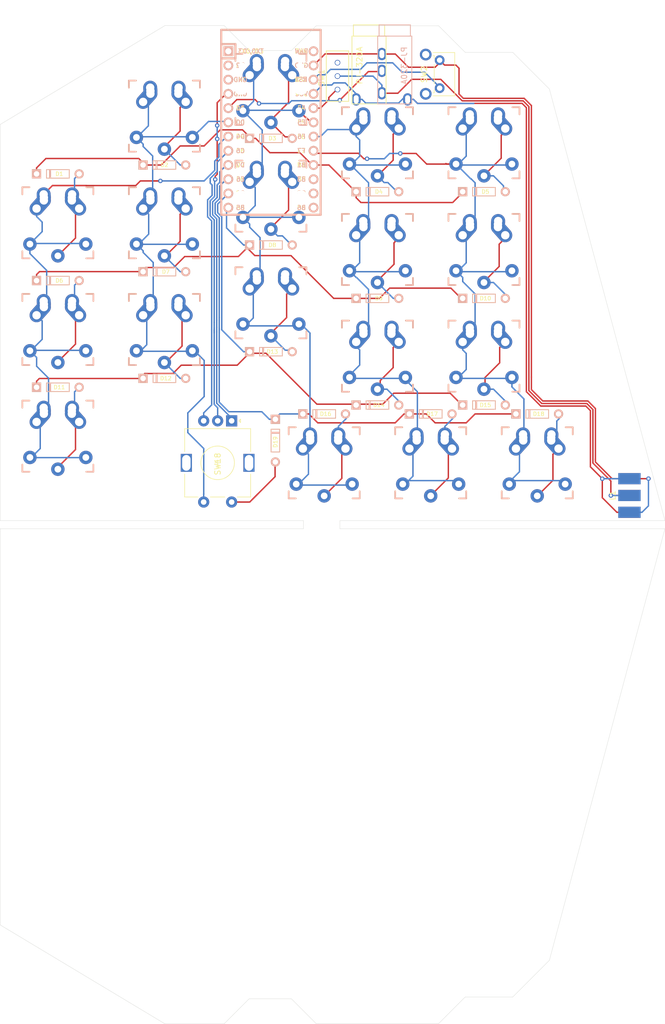
<source format=kicad_pcb>
(kicad_pcb (version 20171130) (host pcbnew "(5.1.2)-2")
  (layers (0 F.Cu signal) (31 B.Cu signal) (34 B.Paste user) (35 F.Paste user) (36 B.SilkS user) (37 F.SilkS user) (38 B.Mask user) (39 F.Mask user) (44 Edge.Cuts user))
  (net 0 "")
  (net 1 Row0)
  (net 2 "Net-(D1-Pad1)")
  (net 3 "Net-(D2-Pad1)")
  (net 4 "Net-(D3-Pad1)")
  (net 5 "Net-(D4-Pad1)")
  (net 6 "Net-(D5-Pad1)")
  (net 7 Row1)
  (net 8 "Net-(D6-Pad1)")
  (net 9 "Net-(D7-Pad1)")
  (net 10 "Net-(D8-Pad1)")
  (net 11 "Net-(D9-Pad1)")
  (net 12 "Net-(D10-Pad1)")
  (net 13 Row2)
  (net 14 "Net-(D11-Pad1)")
  (net 15 "Net-(D12-Pad1)")
  (net 16 "Net-(D13-Pad1)")
  (net 17 "Net-(D14-Pad1)")
  (net 18 "Net-(D15-Pad1)")
  (net 19 Row3)
  (net 20 "Net-(D16-Pad1)")
  (net 21 "Net-(D17-Pad1)")
  (net 22 "Net-(D18-Pad1)")
  (net 23 "Net-(D19-Pad1)")
  (net 24 GND)
  (net 25 VCC)
  (net 26 DI)
  (net 27 Comm)
  (net 28 MCURGB)
  (net 29 "Net-(SW2-Pad2)")
  (net 30 Col0)
  (net 31 Col1)
  (net 32 Col2)
  (net 33 Col3)
  (net 34 Col4)
  (net 35 E1)
  (net 36 E2)
  (net 37 EGND)
  (module KeyboardFootprints:Hole_2mm (layer B.Cu) (at 85.77326 168.95318)
    (fp_text reference H5 hide)
    (fp_text value Hole)
    (pad "" np_thru_hole circle (at 0 0) (size 2 2) (drill 2) (layers *.Cu *.Mask))
  )
  (module KeyboardFootprints:Hole_2mm (layer F.Cu) (at 85.77834 42.0497)
    (fp_text reference H5 hide)
    (fp_text value Hole)
    (pad "" np_thru_hole circle (at 0 0) (size 2 2) (drill 2) (layers *.Cu *.Mask))
  )
  (module KeyboardFootprints:Hole_2mm (layer B.Cu) (at 118.99646 154.64028)
    (fp_text reference H4 hide)
    (fp_text value Hole)
    (pad "" np_thru_hole circle (at 0 0) (size 2 2) (drill 2) (layers *.Cu *.Mask))
  )
  (module KeyboardFootprints:Hole_2mm (layer F.Cu) (at 119.00154 56.3626)
    (fp_text reference H4 hide)
    (fp_text value Hole)
    (pad "" np_thru_hole circle (at 0 0) (size 2 2) (drill 2) (layers *.Cu *.Mask))
  )
  (module KeyboardFootprints:Hole_2mm (layer B.Cu) (at 140.49248 173.66488)
    (fp_text reference H3 hide)
    (fp_text value Hole)
    (pad "" np_thru_hole circle (at 0 0) (size 2 2) (drill 2) (layers *.Cu *.Mask))
  )
  (module KeyboardFootprints:Hole_2mm (layer F.Cu) (at 140.49756 37.338)
    (fp_text reference H3 hide)
    (fp_text value Hole)
    (pad "" np_thru_hole circle (at 0 0) (size 2 2) (drill 2) (layers *.Cu *.Mask))
  )
  (module KeyboardFootprints:Hole_2mm (layer B.Cu) (at 150.01748 123.6091)
    (fp_text reference H2 hide)
    (fp_text value Hole)
    (pad "" np_thru_hole circle (at 0 0) (size 2 2) (drill 2) (layers *.Cu *.Mask))
  )
  (module KeyboardFootprints:Hole_2mm (layer F.Cu) (at 150.02256 87.39378)
    (fp_text reference H2 hide)
    (fp_text value Hole)
    (pad "" np_thru_hole circle (at 0 0) (size 2 2) (drill 2) (layers *.Cu *.Mask))
  )
  (module KeyboardFootprints:Hole_2mm (layer B.Cu) (at 83.33867 121.30913)
    (fp_text reference H1 hide)
    (fp_text value Hole)
    (pad "" np_thru_hole circle (at 0 0) (size 2 2) (drill 2) (layers *.Cu *.Mask))
  )
  (module KeyboardFootprints:Hole_2mm (layer F.Cu) (at 83.34375 89.69375)
    (fp_text reference H1 hide)
    (fp_text value Hole)
    (pad "" np_thru_hole circle (at 0 0) (size 2 2) (drill 2) (layers *.Cu *.Mask))
  )
  (module KeyboardFootprints:Mousebite (layer F.Cu) (at 121.00052 105.78084)
    (fp_text reference M1)
    (fp_text value MouseBite)
    (pad "" np_thru_hole circle (at -2.54 -0.254) (size 0.7874 0.7874) (drill 0.7874) (layers *.Cu *.Mask))
    (pad "" np_thru_hole circle (at -1.27 -0.254) (size 0.7874 0.7874) (drill 0.7874) (layers *.Cu *.Mask))
    (pad "" np_thru_hole circle (at 2.54 -0.254) (size 0.7874 0.7874) (drill 0.7874) (layers *.Cu *.Mask))
    (pad "" np_thru_hole circle (at 1.27 -0.254) (size 0.7874 0.7874) (drill 0.7874) (layers *.Cu *.Mask))
    (pad "" np_thru_hole circle (at 0 -0.254) (size 0.7874 0.7874) (drill 0.7874) (layers *.Cu *.Mask))
  )
  (module KeyboardFootprints:WS2812B-Pad (layer F.Cu) (at 176.034623 100.28555 270)
    (fp_text reference L1 (at 0 3 90) (layer F.SilkS))
    (fp_text value WS2812B)
    (pad 2 smd rect (at -3 0 90) (size 2 4) (layers B.Cu B.Mask) (net 25 VCC))
    (pad 3 smd rect (at 3 0 90) (size 2 4) (layers B.Cu B.Mask) (net 24 GND))
    (pad 1 smd rect (at 0 0 90) (size 2 4) (layers B.Cu B.Mask) (net 26 DI))
    (pad 3 smd rect (at -3 0 270) (size 2 4) (layers F.Cu F.Mask) (net 24 GND))
    (pad 2 smd rect (at 3 0 270) (size 2 4) (layers F.Cu F.Mask) (net 25 VCC))
    (pad 1 smd rect (at 0 0 270) (size 2 4) (layers F.Cu F.Mask) (net 26 DI))
  )
  (module KeyboardFootprints:REsw (layer F.Cu) (at 102.39375 94.45625 270)
    (fp_text reference SW18 (at 0.212 -0.006 90) (layer F.SilkS))
    (fp_text value REsw)
    (pad A thru_hole rect (at -7.5 -2.5 270) (size 2 2) (drill 1) (layers *.Cu *.Mask) (net 35 E1))
    (pad C thru_hole circle (at -7.5 0 270) (size 2 2) (drill 1) (layers *.Cu *.Mask) (net 37 EGND))
    (pad B thru_hole circle (at -7.5 2.5 270) (size 2 2) (drill 1) (layers *.Cu *.Mask) (net 36 E2))
    (pad MP thru_hole rect (at 0 -5.6 270) (size 3.2 2) (drill oval 2.8 1.5) (layers *.Cu *.Mask))
    (pad MP thru_hole rect (at 0 5.6 270) (size 3.2 2) (drill oval 2.8 1.5) (layers *.Cu *.Mask))
    (pad S2 thru_hole circle (at 7 -2.5 270) (size 2 2) (drill 1) (layers *.Cu *.Mask) (net 23 "Net-(D19-Pad1)"))
    (pad S1 thru_hole circle (at 7 2.5 270) (size 2 2) (drill 1) (layers *.Cu *.Mask) (net 31 Col1))
  )
  (module KeyboardFootprints:2Pos-Switch (layer F.Cu) (at 123.825 25.4 270)
    (fp_text reference SW1 (at 0.313 2.846 90) (layer F.SilkS))
    (fp_text value 2-Pos)
    (pad 3 thru_hole circle (at 2.4 0 270) (size 1 1) (drill 0.762) (layers *.Cu *.Mask) (net 28 MCURGB))
    (pad 2 thru_hole circle (at 0 0 270) (size 1 1) (drill 0.762) (layers *.Cu *.Mask) (net 26 DI))
    (pad 1 thru_hole circle (at -2.4 0 270) (size 1 1) (drill 0.762) (layers *.Cu *.Mask))
  )
  (module KeyboardFootprints:ProMicro (layer F.Cu) (at 111.91875 34.925 270)
    (fp_text reference U1 hide)
    (fp_text value ProMicro hide)
    (fp_text user ST (at -8.91 -5.04) (layer B.SilkS) (effects (font (size 0.8 0.8)) (justify mirror)))
    (fp_text user TX0/D3 (at -13.97 3.571872) (layer F.SilkS) (effects (font (size 0.8 0.8))))
    (fp_text user TX0/D3 (at -13.97 3.571872) (layer B.SilkS) (effects (font (size 0.8 0.8)) (justify mirror)))
    (fp_text user D2 (at -11.43 5.461) (layer F.SilkS) (effects (font (size 0.8 0.8))))
    (fp_text user D0 (at -1.27 5.461) (layer F.SilkS) (effects (font (size 0.8 0.8))))
    (fp_text user D1 (at -3.81 5.461) (layer F.SilkS) (effects (font (size 0.8 0.8))))
    (fp_text user GND (at -6.35 5.461) (layer F.SilkS) (effects (font (size 0.8 0.8))))
    (fp_text user GND (at -8.89 5.461) (layer F.SilkS) (effects (font (size 0.8 0.8))))
    (fp_text user D4 (at 1.27 5.461) (layer F.SilkS) (effects (font (size 0.8 0.8))))
    (fp_text user C6 (at 3.81 5.461) (layer F.SilkS) (effects (font (size 0.8 0.8))))
    (fp_text user D7 (at 6.35 5.461) (layer F.SilkS) (effects (font (size 0.8 0.8))))
    (fp_text user E6 (at 8.89 5.461) (layer F.SilkS) (effects (font (size 0.8 0.8))))
    (fp_text user B4 (at 11.43 5.461) (layer F.SilkS) (effects (font (size 0.8 0.8))))
    (fp_text user B5 (at 13.97 5.461) (layer F.SilkS) (effects (font (size 0.8 0.8))))
    (fp_text user B6 (at 13.97 -5.461) (layer F.SilkS) (effects (font (size 0.8 0.8))))
    (fp_text user B2 (at 11.43 -5.461) (layer B.SilkS) (effects (font (size 0.8 0.8)) (justify mirror)))
    (fp_text user B3 (at 8.89 -5.461) (layer F.SilkS) (effects (font (size 0.8 0.8))))
    (fp_text user B1 (at 6.35 -5.461) (layer F.SilkS) (effects (font (size 0.8 0.8))))
    (fp_text user F7 (at 3.81 -5.461) (layer B.SilkS) (effects (font (size 0.8 0.8)) (justify mirror)))
    (fp_text user F6 (at 1.27 -5.461) (layer B.SilkS) (effects (font (size 0.8 0.8)) (justify mirror)))
    (fp_text user F5 (at -1.27 -5.461) (layer B.SilkS) (effects (font (size 0.8 0.8)) (justify mirror)))
    (fp_text user F4 (at -3.81 -5.461) (layer F.SilkS) (effects (font (size 0.8 0.8))))
    (fp_text user VCC (at -6.35 -5.461) (layer F.SilkS) (effects (font (size 0.8 0.8))))
    (fp_text user ST (at -8.92 -5.73312) (layer F.SilkS) (effects (font (size 0.8 0.8))))
    (fp_text user GND (at -11.43 -5.461) (layer F.SilkS) (effects (font (size 0.8 0.8))))
    (fp_text user RAW (at -13.97 -5.461) (layer F.SilkS) (effects (font (size 0.8 0.8))))
    (fp_text user RAW (at -13.97 -5.461) (layer B.SilkS) (effects (font (size 0.8 0.8)) (justify mirror)))
    (fp_text user GND (at -11.43 -5.461) (layer B.SilkS) (effects (font (size 0.8 0.8)) (justify mirror)))
    (fp_text user VCC (at -6.35 -5.461) (layer B.SilkS) (effects (font (size 0.8 0.8)) (justify mirror)))
    (fp_text user F4 (at -3.81 -5.461) (layer B.SilkS) (effects (font (size 0.8 0.8)) (justify mirror)))
    (fp_text user F5 (at -1.27 -5.461) (layer F.SilkS) (effects (font (size 0.8 0.8))))
    (fp_text user F6 (at 1.27 -5.461) (layer F.SilkS) (effects (font (size 0.8 0.8))))
    (fp_text user F7 (at 3.81 -5.461) (layer F.SilkS) (effects (font (size 0.8 0.8))))
    (fp_text user B1 (at 6.35 -5.461) (layer B.SilkS) (effects (font (size 0.8 0.8)) (justify mirror)))
    (fp_text user B3 (at 8.89 -5.461) (layer B.SilkS) (effects (font (size 0.8 0.8)) (justify mirror)))
    (fp_text user B2 (at 11.43 -5.461) (layer F.SilkS) (effects (font (size 0.8 0.8))))
    (fp_text user B6 (at 13.97 -5.461) (layer B.SilkS) (effects (font (size 0.8 0.8)) (justify mirror)))
    (fp_text user B5 (at 13.97 5.461) (layer B.SilkS) (effects (font (size 0.8 0.8)) (justify mirror)))
    (fp_text user B4 (at 11.43 5.461) (layer B.SilkS) (effects (font (size 0.8 0.8)) (justify mirror)))
    (fp_text user E6 (at 8.89 5.461) (layer B.SilkS) (effects (font (size 0.8 0.8)) (justify mirror)))
    (fp_text user D7 (at 6.35 5.461) (layer B.SilkS) (effects (font (size 0.8 0.8)) (justify mirror)))
    (fp_text user C6 (at 3.81 5.461) (layer B.SilkS) (effects (font (size 0.8 0.8)) (justify mirror)))
    (fp_text user D4 (at 1.27 5.461) (layer B.SilkS) (effects (font (size 0.8 0.8)) (justify mirror)))
    (fp_text user GND (at -8.89 5.461) (layer B.SilkS) (effects (font (size 0.8 0.8)) (justify mirror)))
    (fp_text user GND (at -6.35 5.461) (layer B.SilkS) (effects (font (size 0.8 0.8)) (justify mirror)))
    (fp_text user D1 (at -3.81 5.461) (layer B.SilkS) (effects (font (size 0.8 0.8)) (justify mirror)))
    (fp_text user D0 (at -1.27 5.461) (layer B.SilkS) (effects (font (size 0.8 0.8)) (justify mirror)))
    (fp_text user D2 (at -11.43 5.461) (layer B.SilkS) (effects (font (size 0.8 0.8)) (justify mirror)))
    (pad 24 thru_hole circle (at -13.97 -7.62 270) (size 1.7526 1.7526) (drill 1.0922) (layers *.Cu *.SilkS *.Mask))
    (pad 12 thru_hole circle (at 13.97 7.62 270) (size 1.7526 1.7526) (drill 1.0922) (layers *.Cu *.SilkS *.Mask) (net 7 Row1))
    (pad 23 thru_hole circle (at -11.43 -7.62 270) (size 1.7526 1.7526) (drill 1.0922) (layers *.Cu *.SilkS *.Mask) (net 24 GND))
    (pad 22 thru_hole circle (at -8.89 -7.62 270) (size 1.7526 1.7526) (drill 1.0922) (layers *.Cu *.SilkS *.Mask) (net 29 "Net-(SW2-Pad2)"))
    (pad 21 thru_hole circle (at -6.35 -7.62 270) (size 1.7526 1.7526) (drill 1.0922) (layers *.Cu *.SilkS *.Mask) (net 25 VCC))
    (pad 20 thru_hole circle (at -3.81 -7.62 270) (size 1.7526 1.7526) (drill 1.0922) (layers *.Cu *.SilkS *.Mask) (net 28 MCURGB))
    (pad 19 thru_hole circle (at -1.27 -7.62 270) (size 1.7526 1.7526) (drill 1.0922) (layers *.Cu *.SilkS *.Mask) (net 32 Col2))
    (pad 18 thru_hole circle (at 1.27 -7.62 270) (size 1.7526 1.7526) (drill 1.0922) (layers *.Cu *.SilkS *.Mask) (net 33 Col3))
    (pad 17 thru_hole circle (at 3.81 -7.62 270) (size 1.7526 1.7526) (drill 1.0922) (layers *.Cu *.SilkS *.Mask) (net 34 Col4))
    (pad 16 thru_hole circle (at 6.35 -7.62 270) (size 1.7526 1.7526) (drill 1.0922) (layers *.Cu *.SilkS *.Mask) (net 1 Row0))
    (pad 15 thru_hole circle (at 8.89 -7.62 270) (size 1.7526 1.7526) (drill 1.0922) (layers *.Cu *.SilkS *.Mask))
    (pad 14 thru_hole circle (at 11.43 -7.62 270) (size 1.7526 1.7526) (drill 1.0922) (layers *.Cu *.SilkS *.Mask))
    (pad 13 thru_hole circle (at 13.97 -7.62 270) (size 1.7526 1.7526) (drill 1.0922) (layers *.Cu *.SilkS *.Mask))
    (pad 11 thru_hole circle (at 11.43 7.62 270) (size 1.7526 1.7526) (drill 1.0922) (layers *.Cu *.SilkS *.Mask) (net 13 Row2))
    (pad 10 thru_hole circle (at 8.89 7.62 270) (size 1.7526 1.7526) (drill 1.0922) (layers *.Cu *.SilkS *.Mask) (net 19 Row3))
    (pad 9 thru_hole circle (at 6.35 7.62 270) (size 1.7526 1.7526) (drill 1.0922) (layers *.Cu *.SilkS *.Mask) (net 35 E1))
    (pad 8 thru_hole circle (at 3.81 7.62 270) (size 1.7526 1.7526) (drill 1.0922) (layers *.Cu *.SilkS *.Mask) (net 36 E2))
    (pad 7 thru_hole circle (at 1.27 7.62 270) (size 1.7526 1.7526) (drill 1.0922) (layers *.Cu *.SilkS *.Mask) (net 30 Col0))
    (pad 6 thru_hole circle (at -1.27 7.62 270) (size 1.7526 1.7526) (drill 1.0922) (layers *.Cu *.SilkS *.Mask) (net 31 Col1))
    (pad 5 thru_hole circle (at -3.81 7.62 270) (size 1.7526 1.7526) (drill 1.0922) (layers *.Cu *.SilkS *.Mask) (net 27 Comm))
    (pad 4 thru_hole circle (at -6.35 7.62 270) (size 1.7526 1.7526) (drill 1.0922) (layers *.Cu *.SilkS *.Mask) (net 37 EGND))
    (pad 3 thru_hole circle (at -8.89 7.62 270) (size 1.7526 1.7526) (drill 1.0922) (layers *.Cu *.SilkS *.Mask))
    (pad 2 thru_hole circle (at -11.43 7.62 270) (size 1.7526 1.7526) (drill 1.0922) (layers *.Cu *.SilkS *.Mask))
    (pad 1 thru_hole rect (at -13.97 7.62 270) (size 1.7526 1.7526) (drill 1.0922) (layers *.Cu *.SilkS *.Mask))
  )
  (module KeyboardFootprints:MX_Choc_Symmetric (layer F.Cu) (at 159.54375 94.45625)
    (fp_text reference SW21)
    (fp_text value Switch)
    (pad 1 smd circle (at -5 3.8) (size 2.4 2.4) (layers B.Cu) (net 34 Col4))
    (pad 1 smd circle (at 5 3.8) (size 2.4 2.4) (layers B.Cu) (net 34 Col4))
    (pad 2 smd circle (at 0 5.9) (size 2.4 2.4) (layers B.Cu) (net 22 "Net-(D18-Pad1)"))
    (pad 1 smd circle (at -5 3.8) (size 2.4 2.4) (layers F.Cu) (net 34 Col4))
    (pad 2 smd circle (at 0 5.9) (size 2.4 2.4) (layers F.Cu) (net 22 "Net-(D18-Pad1)"))
    (pad 1 smd circle (at 5 3.8) (size 2.4 2.4) (layers F.Cu) (net 34 Col4))
    (pad "" np_thru_hole circle (at -5.22 -4.2 180) (size 1.2 1.2) (drill 1.2) (layers *.Cu *.Mask))
    (pad 1 thru_hole circle (at 5 3.8 180) (size 2 2) (drill 1.2) (layers *.Cu *.Mask) (net 34 Col4))
    (pad 2 thru_hole circle (at 0 5.9 180) (size 2 2) (drill 1.2) (layers *.Cu *.Mask) (net 22 "Net-(D18-Pad1)"))
    (pad 1 thru_hole circle (at -5 3.8 180) (size 2 2) (drill 1.2) (layers *.Cu *.Mask) (net 34 Col4))
    (pad "" np_thru_hole circle (at 0 0 180) (size 3.4 3.4) (drill 3.4) (layers *.Cu *.Mask))
    (pad "" np_thru_hole circle (at 5.5 0 228.1) (size 1.9 1.9) (drill 1.9) (layers *.Cu *.Mask))
    (pad "" np_thru_hole circle (at -5.5 0 228.1) (size 1.9 1.9) (drill 1.9) (layers *.Cu *.Mask))
    (pad "" np_thru_hole circle (at 5.22 -4.2 180) (size 1.2 1.2) (drill 1.2) (layers *.Cu *.Mask))
    (pad 2 smd oval (at 2.52 -4.79 356.1) (size 2.5 3.081378) (layers F.Cu) (net 22 "Net-(D18-Pad1)"))
    (pad 2 thru_hole circle (at 2.54 -5.08 331) (size 2 2) (drill 1.5) (layers *.Cu *.Mask) (net 22 "Net-(D18-Pad1)"))
    (pad 1 thru_hole circle (at -2.5 -4 330.95) (size 2 2) (drill 1.5) (layers *.Cu *.Mask) (net 34 Col4))
    (pad 2 thru_hole circle (at 2.5 -4.5 330.95) (size 2 2) (drill 1.5) (layers *.Cu *.Mask) (net 22 "Net-(D18-Pad1)"))
    (pad "" np_thru_hole circle (at -5.08 0) (size 1.8 1.8) (drill 1.8) (layers *.Cu *.Mask))
    (pad 1 thru_hole circle (at -3.81 -2.54 330.95) (size 2 2) (drill 1.5) (layers *.Cu *.Mask) (net 34 Col4))
    (pad 2 thru_hole circle (at 3.81 -2.54 331) (size 2 2) (drill 1.5) (layers *.Cu *.Mask) (net 22 "Net-(D18-Pad1)"))
    (pad 1 smd oval (at -2.52 -4.79 3.9) (size 2.5 3.081378) (layers F.Cu) (net 34 Col4))
    (pad 1 smd oval (at -2.52 -4.79 3.9) (size 2.5 3.081378) (layers B.Cu) (net 34 Col4))
    (pad 1 thru_hole circle (at -2.54 -5.08 330.95) (size 2 2) (drill 1.5) (layers *.Cu *.Mask) (net 34 Col4))
    (pad 2 thru_hole circle (at 2.5 -4) (size 2 2) (drill 1.5) (layers *.Cu *.Mask) (net 22 "Net-(D18-Pad1)"))
    (pad 2 smd oval (at 2.52 -4.79 356.1) (size 2.5 3.081378) (layers B.Cu) (net 22 "Net-(D18-Pad1)"))
    (pad 2 smd oval (at 3.155 -3.27 221.9) (size 2.5 4.461556) (layers B.Cu) (net 22 "Net-(D18-Pad1)"))
    (pad "" np_thru_hole circle (at 5.08 0) (size 1.8 1.8) (drill 1.8) (layers *.Cu *.Mask))
    (pad 1 smd oval (at -3.155 -3.27 138.1) (size 2.5 4.461556) (layers F.Cu) (net 34 Col4))
    (pad 1 smd oval (at -3.155 -3.27 138.1) (size 2.5 4.461556) (layers B.Cu) (net 34 Col4))
    (pad 1 thru_hole circle (at -2.5 -4.5 330.95) (size 2 2) (drill 1.5) (layers *.Cu *.Mask) (net 34 Col4))
    (pad 2 smd oval (at 3.155 -3.27 221.9) (size 2.5 4.461556) (layers F.Cu) (net 22 "Net-(D18-Pad1)"))
    (pad "" np_thru_hole circle (at 0 0) (size 3.4 3.4) (drill 3.4) (layers *.Cu *.Mask))
  )
  (module KeyboardFootprints:MX_Choc_Symmetric (layer F.Cu) (at 140.49375 94.45625)
    (fp_text reference SW20)
    (fp_text value Switch)
    (pad 1 smd circle (at -5 3.8) (size 2.4 2.4) (layers B.Cu) (net 33 Col3))
    (pad 1 smd circle (at 5 3.8) (size 2.4 2.4) (layers B.Cu) (net 33 Col3))
    (pad 2 smd circle (at 0 5.9) (size 2.4 2.4) (layers B.Cu) (net 21 "Net-(D17-Pad1)"))
    (pad 1 smd circle (at -5 3.8) (size 2.4 2.4) (layers F.Cu) (net 33 Col3))
    (pad 2 smd circle (at 0 5.9) (size 2.4 2.4) (layers F.Cu) (net 21 "Net-(D17-Pad1)"))
    (pad 1 smd circle (at 5 3.8) (size 2.4 2.4) (layers F.Cu) (net 33 Col3))
    (pad "" np_thru_hole circle (at -5.22 -4.2 180) (size 1.2 1.2) (drill 1.2) (layers *.Cu *.Mask))
    (pad 1 thru_hole circle (at 5 3.8 180) (size 2 2) (drill 1.2) (layers *.Cu *.Mask) (net 33 Col3))
    (pad 2 thru_hole circle (at 0 5.9 180) (size 2 2) (drill 1.2) (layers *.Cu *.Mask) (net 21 "Net-(D17-Pad1)"))
    (pad 1 thru_hole circle (at -5 3.8 180) (size 2 2) (drill 1.2) (layers *.Cu *.Mask) (net 33 Col3))
    (pad "" np_thru_hole circle (at 0 0 180) (size 3.4 3.4) (drill 3.4) (layers *.Cu *.Mask))
    (pad "" np_thru_hole circle (at 5.5 0 228.1) (size 1.9 1.9) (drill 1.9) (layers *.Cu *.Mask))
    (pad "" np_thru_hole circle (at -5.5 0 228.1) (size 1.9 1.9) (drill 1.9) (layers *.Cu *.Mask))
    (pad "" np_thru_hole circle (at 5.22 -4.2 180) (size 1.2 1.2) (drill 1.2) (layers *.Cu *.Mask))
    (pad 2 smd oval (at 2.52 -4.79 356.1) (size 2.5 3.081378) (layers F.Cu) (net 21 "Net-(D17-Pad1)"))
    (pad 2 thru_hole circle (at 2.54 -5.08 331) (size 2 2) (drill 1.5) (layers *.Cu *.Mask) (net 21 "Net-(D17-Pad1)"))
    (pad 1 thru_hole circle (at -2.5 -4 330.95) (size 2 2) (drill 1.5) (layers *.Cu *.Mask) (net 33 Col3))
    (pad 2 thru_hole circle (at 2.5 -4.5 330.95) (size 2 2) (drill 1.5) (layers *.Cu *.Mask) (net 21 "Net-(D17-Pad1)"))
    (pad "" np_thru_hole circle (at -5.08 0) (size 1.8 1.8) (drill 1.8) (layers *.Cu *.Mask))
    (pad 1 thru_hole circle (at -3.81 -2.54 330.95) (size 2 2) (drill 1.5) (layers *.Cu *.Mask) (net 33 Col3))
    (pad 2 thru_hole circle (at 3.81 -2.54 331) (size 2 2) (drill 1.5) (layers *.Cu *.Mask) (net 21 "Net-(D17-Pad1)"))
    (pad 1 smd oval (at -2.52 -4.79 3.9) (size 2.5 3.081378) (layers F.Cu) (net 33 Col3))
    (pad 1 smd oval (at -2.52 -4.79 3.9) (size 2.5 3.081378) (layers B.Cu) (net 33 Col3))
    (pad 1 thru_hole circle (at -2.54 -5.08 330.95) (size 2 2) (drill 1.5) (layers *.Cu *.Mask) (net 33 Col3))
    (pad 2 thru_hole circle (at 2.5 -4) (size 2 2) (drill 1.5) (layers *.Cu *.Mask) (net 21 "Net-(D17-Pad1)"))
    (pad 2 smd oval (at 2.52 -4.79 356.1) (size 2.5 3.081378) (layers B.Cu) (net 21 "Net-(D17-Pad1)"))
    (pad 2 smd oval (at 3.155 -3.27 221.9) (size 2.5 4.461556) (layers B.Cu) (net 21 "Net-(D17-Pad1)"))
    (pad "" np_thru_hole circle (at 5.08 0) (size 1.8 1.8) (drill 1.8) (layers *.Cu *.Mask))
    (pad 1 smd oval (at -3.155 -3.27 138.1) (size 2.5 4.461556) (layers F.Cu) (net 33 Col3))
    (pad 1 smd oval (at -3.155 -3.27 138.1) (size 2.5 4.461556) (layers B.Cu) (net 33 Col3))
    (pad 1 thru_hole circle (at -2.5 -4.5 330.95) (size 2 2) (drill 1.5) (layers *.Cu *.Mask) (net 33 Col3))
    (pad 2 smd oval (at 3.155 -3.27 221.9) (size 2.5 4.461556) (layers F.Cu) (net 21 "Net-(D17-Pad1)"))
    (pad "" np_thru_hole circle (at 0 0) (size 3.4 3.4) (drill 3.4) (layers *.Cu *.Mask))
  )
  (module KeyboardFootprints:MX_Choc_Symmetric (layer F.Cu) (at 121.44375 94.45625)
    (fp_text reference SW19)
    (fp_text value Switch)
    (pad 1 smd circle (at -5 3.8) (size 2.4 2.4) (layers B.Cu) (net 32 Col2))
    (pad 1 smd circle (at 5 3.8) (size 2.4 2.4) (layers B.Cu) (net 32 Col2))
    (pad 2 smd circle (at 0 5.9) (size 2.4 2.4) (layers B.Cu) (net 20 "Net-(D16-Pad1)"))
    (pad 1 smd circle (at -5 3.8) (size 2.4 2.4) (layers F.Cu) (net 32 Col2))
    (pad 2 smd circle (at 0 5.9) (size 2.4 2.4) (layers F.Cu) (net 20 "Net-(D16-Pad1)"))
    (pad 1 smd circle (at 5 3.8) (size 2.4 2.4) (layers F.Cu) (net 32 Col2))
    (pad "" np_thru_hole circle (at -5.22 -4.2 180) (size 1.2 1.2) (drill 1.2) (layers *.Cu *.Mask))
    (pad 1 thru_hole circle (at 5 3.8 180) (size 2 2) (drill 1.2) (layers *.Cu *.Mask) (net 32 Col2))
    (pad 2 thru_hole circle (at 0 5.9 180) (size 2 2) (drill 1.2) (layers *.Cu *.Mask) (net 20 "Net-(D16-Pad1)"))
    (pad 1 thru_hole circle (at -5 3.8 180) (size 2 2) (drill 1.2) (layers *.Cu *.Mask) (net 32 Col2))
    (pad "" np_thru_hole circle (at 0 0 180) (size 3.4 3.4) (drill 3.4) (layers *.Cu *.Mask))
    (pad "" np_thru_hole circle (at 5.5 0 228.1) (size 1.9 1.9) (drill 1.9) (layers *.Cu *.Mask))
    (pad "" np_thru_hole circle (at -5.5 0 228.1) (size 1.9 1.9) (drill 1.9) (layers *.Cu *.Mask))
    (pad "" np_thru_hole circle (at 5.22 -4.2 180) (size 1.2 1.2) (drill 1.2) (layers *.Cu *.Mask))
    (pad 2 smd oval (at 2.52 -4.79 356.1) (size 2.5 3.081378) (layers F.Cu) (net 20 "Net-(D16-Pad1)"))
    (pad 2 thru_hole circle (at 2.54 -5.08 331) (size 2 2) (drill 1.5) (layers *.Cu *.Mask) (net 20 "Net-(D16-Pad1)"))
    (pad 1 thru_hole circle (at -2.5 -4 330.95) (size 2 2) (drill 1.5) (layers *.Cu *.Mask) (net 32 Col2))
    (pad 2 thru_hole circle (at 2.5 -4.5 330.95) (size 2 2) (drill 1.5) (layers *.Cu *.Mask) (net 20 "Net-(D16-Pad1)"))
    (pad "" np_thru_hole circle (at -5.08 0) (size 1.8 1.8) (drill 1.8) (layers *.Cu *.Mask))
    (pad 1 thru_hole circle (at -3.81 -2.54 330.95) (size 2 2) (drill 1.5) (layers *.Cu *.Mask) (net 32 Col2))
    (pad 2 thru_hole circle (at 3.81 -2.54 331) (size 2 2) (drill 1.5) (layers *.Cu *.Mask) (net 20 "Net-(D16-Pad1)"))
    (pad 1 smd oval (at -2.52 -4.79 3.9) (size 2.5 3.081378) (layers F.Cu) (net 32 Col2))
    (pad 1 smd oval (at -2.52 -4.79 3.9) (size 2.5 3.081378) (layers B.Cu) (net 32 Col2))
    (pad 1 thru_hole circle (at -2.54 -5.08 330.95) (size 2 2) (drill 1.5) (layers *.Cu *.Mask) (net 32 Col2))
    (pad 2 thru_hole circle (at 2.5 -4) (size 2 2) (drill 1.5) (layers *.Cu *.Mask) (net 20 "Net-(D16-Pad1)"))
    (pad 2 smd oval (at 2.52 -4.79 356.1) (size 2.5 3.081378) (layers B.Cu) (net 20 "Net-(D16-Pad1)"))
    (pad 2 smd oval (at 3.155 -3.27 221.9) (size 2.5 4.461556) (layers B.Cu) (net 20 "Net-(D16-Pad1)"))
    (pad "" np_thru_hole circle (at 5.08 0) (size 1.8 1.8) (drill 1.8) (layers *.Cu *.Mask))
    (pad 1 smd oval (at -3.155 -3.27 138.1) (size 2.5 4.461556) (layers F.Cu) (net 32 Col2))
    (pad 1 smd oval (at -3.155 -3.27 138.1) (size 2.5 4.461556) (layers B.Cu) (net 32 Col2))
    (pad 1 thru_hole circle (at -2.5 -4.5 330.95) (size 2 2) (drill 1.5) (layers *.Cu *.Mask) (net 32 Col2))
    (pad 2 smd oval (at 3.155 -3.27 221.9) (size 2.5 4.461556) (layers F.Cu) (net 20 "Net-(D16-Pad1)"))
    (pad "" np_thru_hole circle (at 0 0) (size 3.4 3.4) (drill 3.4) (layers *.Cu *.Mask))
  )
  (module KeyboardFootprints:MX_Choc_Symmetric (layer F.Cu) (at 150.01875 75.40625)
    (fp_text reference SW17)
    (fp_text value Switch)
    (pad 1 smd circle (at -5 3.8) (size 2.4 2.4) (layers B.Cu) (net 34 Col4))
    (pad 1 smd circle (at 5 3.8) (size 2.4 2.4) (layers B.Cu) (net 34 Col4))
    (pad 2 smd circle (at 0 5.9) (size 2.4 2.4) (layers B.Cu) (net 18 "Net-(D15-Pad1)"))
    (pad 1 smd circle (at -5 3.8) (size 2.4 2.4) (layers F.Cu) (net 34 Col4))
    (pad 2 smd circle (at 0 5.9) (size 2.4 2.4) (layers F.Cu) (net 18 "Net-(D15-Pad1)"))
    (pad 1 smd circle (at 5 3.8) (size 2.4 2.4) (layers F.Cu) (net 34 Col4))
    (pad "" np_thru_hole circle (at -5.22 -4.2 180) (size 1.2 1.2) (drill 1.2) (layers *.Cu *.Mask))
    (pad 1 thru_hole circle (at 5 3.8 180) (size 2 2) (drill 1.2) (layers *.Cu *.Mask) (net 34 Col4))
    (pad 2 thru_hole circle (at 0 5.9 180) (size 2 2) (drill 1.2) (layers *.Cu *.Mask) (net 18 "Net-(D15-Pad1)"))
    (pad 1 thru_hole circle (at -5 3.8 180) (size 2 2) (drill 1.2) (layers *.Cu *.Mask) (net 34 Col4))
    (pad "" np_thru_hole circle (at 0 0 180) (size 3.4 3.4) (drill 3.4) (layers *.Cu *.Mask))
    (pad "" np_thru_hole circle (at 5.5 0 228.1) (size 1.9 1.9) (drill 1.9) (layers *.Cu *.Mask))
    (pad "" np_thru_hole circle (at -5.5 0 228.1) (size 1.9 1.9) (drill 1.9) (layers *.Cu *.Mask))
    (pad "" np_thru_hole circle (at 5.22 -4.2 180) (size 1.2 1.2) (drill 1.2) (layers *.Cu *.Mask))
    (pad 2 smd oval (at 2.52 -4.79 356.1) (size 2.5 3.081378) (layers F.Cu) (net 18 "Net-(D15-Pad1)"))
    (pad 2 thru_hole circle (at 2.54 -5.08 331) (size 2 2) (drill 1.5) (layers *.Cu *.Mask) (net 18 "Net-(D15-Pad1)"))
    (pad 1 thru_hole circle (at -2.5 -4 330.95) (size 2 2) (drill 1.5) (layers *.Cu *.Mask) (net 34 Col4))
    (pad 2 thru_hole circle (at 2.5 -4.5 330.95) (size 2 2) (drill 1.5) (layers *.Cu *.Mask) (net 18 "Net-(D15-Pad1)"))
    (pad "" np_thru_hole circle (at -5.08 0) (size 1.8 1.8) (drill 1.8) (layers *.Cu *.Mask))
    (pad 1 thru_hole circle (at -3.81 -2.54 330.95) (size 2 2) (drill 1.5) (layers *.Cu *.Mask) (net 34 Col4))
    (pad 2 thru_hole circle (at 3.81 -2.54 331) (size 2 2) (drill 1.5) (layers *.Cu *.Mask) (net 18 "Net-(D15-Pad1)"))
    (pad 1 smd oval (at -2.52 -4.79 3.9) (size 2.5 3.081378) (layers F.Cu) (net 34 Col4))
    (pad 1 smd oval (at -2.52 -4.79 3.9) (size 2.5 3.081378) (layers B.Cu) (net 34 Col4))
    (pad 1 thru_hole circle (at -2.54 -5.08 330.95) (size 2 2) (drill 1.5) (layers *.Cu *.Mask) (net 34 Col4))
    (pad 2 thru_hole circle (at 2.5 -4) (size 2 2) (drill 1.5) (layers *.Cu *.Mask) (net 18 "Net-(D15-Pad1)"))
    (pad 2 smd oval (at 2.52 -4.79 356.1) (size 2.5 3.081378) (layers B.Cu) (net 18 "Net-(D15-Pad1)"))
    (pad 2 smd oval (at 3.155 -3.27 221.9) (size 2.5 4.461556) (layers B.Cu) (net 18 "Net-(D15-Pad1)"))
    (pad "" np_thru_hole circle (at 5.08 0) (size 1.8 1.8) (drill 1.8) (layers *.Cu *.Mask))
    (pad 1 smd oval (at -3.155 -3.27 138.1) (size 2.5 4.461556) (layers F.Cu) (net 34 Col4))
    (pad 1 smd oval (at -3.155 -3.27 138.1) (size 2.5 4.461556) (layers B.Cu) (net 34 Col4))
    (pad 1 thru_hole circle (at -2.5 -4.5 330.95) (size 2 2) (drill 1.5) (layers *.Cu *.Mask) (net 34 Col4))
    (pad 2 smd oval (at 3.155 -3.27 221.9) (size 2.5 4.461556) (layers F.Cu) (net 18 "Net-(D15-Pad1)"))
    (pad "" np_thru_hole circle (at 0 0) (size 3.4 3.4) (drill 3.4) (layers *.Cu *.Mask))
  )
  (module KeyboardFootprints:MX_Choc_Symmetric (layer F.Cu) (at 130.96875 75.40625)
    (fp_text reference SW16)
    (fp_text value Switch)
    (pad 1 smd circle (at -5 3.8) (size 2.4 2.4) (layers B.Cu) (net 33 Col3))
    (pad 1 smd circle (at 5 3.8) (size 2.4 2.4) (layers B.Cu) (net 33 Col3))
    (pad 2 smd circle (at 0 5.9) (size 2.4 2.4) (layers B.Cu) (net 17 "Net-(D14-Pad1)"))
    (pad 1 smd circle (at -5 3.8) (size 2.4 2.4) (layers F.Cu) (net 33 Col3))
    (pad 2 smd circle (at 0 5.9) (size 2.4 2.4) (layers F.Cu) (net 17 "Net-(D14-Pad1)"))
    (pad 1 smd circle (at 5 3.8) (size 2.4 2.4) (layers F.Cu) (net 33 Col3))
    (pad "" np_thru_hole circle (at -5.22 -4.2 180) (size 1.2 1.2) (drill 1.2) (layers *.Cu *.Mask))
    (pad 1 thru_hole circle (at 5 3.8 180) (size 2 2) (drill 1.2) (layers *.Cu *.Mask) (net 33 Col3))
    (pad 2 thru_hole circle (at 0 5.9 180) (size 2 2) (drill 1.2) (layers *.Cu *.Mask) (net 17 "Net-(D14-Pad1)"))
    (pad 1 thru_hole circle (at -5 3.8 180) (size 2 2) (drill 1.2) (layers *.Cu *.Mask) (net 33 Col3))
    (pad "" np_thru_hole circle (at 0 0 180) (size 3.4 3.4) (drill 3.4) (layers *.Cu *.Mask))
    (pad "" np_thru_hole circle (at 5.5 0 228.1) (size 1.9 1.9) (drill 1.9) (layers *.Cu *.Mask))
    (pad "" np_thru_hole circle (at -5.5 0 228.1) (size 1.9 1.9) (drill 1.9) (layers *.Cu *.Mask))
    (pad "" np_thru_hole circle (at 5.22 -4.2 180) (size 1.2 1.2) (drill 1.2) (layers *.Cu *.Mask))
    (pad 2 smd oval (at 2.52 -4.79 356.1) (size 2.5 3.081378) (layers F.Cu) (net 17 "Net-(D14-Pad1)"))
    (pad 2 thru_hole circle (at 2.54 -5.08 331) (size 2 2) (drill 1.5) (layers *.Cu *.Mask) (net 17 "Net-(D14-Pad1)"))
    (pad 1 thru_hole circle (at -2.5 -4 330.95) (size 2 2) (drill 1.5) (layers *.Cu *.Mask) (net 33 Col3))
    (pad 2 thru_hole circle (at 2.5 -4.5 330.95) (size 2 2) (drill 1.5) (layers *.Cu *.Mask) (net 17 "Net-(D14-Pad1)"))
    (pad "" np_thru_hole circle (at -5.08 0) (size 1.8 1.8) (drill 1.8) (layers *.Cu *.Mask))
    (pad 1 thru_hole circle (at -3.81 -2.54 330.95) (size 2 2) (drill 1.5) (layers *.Cu *.Mask) (net 33 Col3))
    (pad 2 thru_hole circle (at 3.81 -2.54 331) (size 2 2) (drill 1.5) (layers *.Cu *.Mask) (net 17 "Net-(D14-Pad1)"))
    (pad 1 smd oval (at -2.52 -4.79 3.9) (size 2.5 3.081378) (layers F.Cu) (net 33 Col3))
    (pad 1 smd oval (at -2.52 -4.79 3.9) (size 2.5 3.081378) (layers B.Cu) (net 33 Col3))
    (pad 1 thru_hole circle (at -2.54 -5.08 330.95) (size 2 2) (drill 1.5) (layers *.Cu *.Mask) (net 33 Col3))
    (pad 2 thru_hole circle (at 2.5 -4) (size 2 2) (drill 1.5) (layers *.Cu *.Mask) (net 17 "Net-(D14-Pad1)"))
    (pad 2 smd oval (at 2.52 -4.79 356.1) (size 2.5 3.081378) (layers B.Cu) (net 17 "Net-(D14-Pad1)"))
    (pad 2 smd oval (at 3.155 -3.27 221.9) (size 2.5 4.461556) (layers B.Cu) (net 17 "Net-(D14-Pad1)"))
    (pad "" np_thru_hole circle (at 5.08 0) (size 1.8 1.8) (drill 1.8) (layers *.Cu *.Mask))
    (pad 1 smd oval (at -3.155 -3.27 138.1) (size 2.5 4.461556) (layers F.Cu) (net 33 Col3))
    (pad 1 smd oval (at -3.155 -3.27 138.1) (size 2.5 4.461556) (layers B.Cu) (net 33 Col3))
    (pad 1 thru_hole circle (at -2.5 -4.5 330.95) (size 2 2) (drill 1.5) (layers *.Cu *.Mask) (net 33 Col3))
    (pad 2 smd oval (at 3.155 -3.27 221.9) (size 2.5 4.461556) (layers F.Cu) (net 17 "Net-(D14-Pad1)"))
    (pad "" np_thru_hole circle (at 0 0) (size 3.4 3.4) (drill 3.4) (layers *.Cu *.Mask))
  )
  (module KeyboardFootprints:MX_Choc_Symmetric (layer F.Cu) (at 111.91875 65.88125)
    (fp_text reference SW15)
    (fp_text value Switch)
    (pad 1 smd circle (at -5 3.8) (size 2.4 2.4) (layers B.Cu) (net 32 Col2))
    (pad 1 smd circle (at 5 3.8) (size 2.4 2.4) (layers B.Cu) (net 32 Col2))
    (pad 2 smd circle (at 0 5.9) (size 2.4 2.4) (layers B.Cu) (net 16 "Net-(D13-Pad1)"))
    (pad 1 smd circle (at -5 3.8) (size 2.4 2.4) (layers F.Cu) (net 32 Col2))
    (pad 2 smd circle (at 0 5.9) (size 2.4 2.4) (layers F.Cu) (net 16 "Net-(D13-Pad1)"))
    (pad 1 smd circle (at 5 3.8) (size 2.4 2.4) (layers F.Cu) (net 32 Col2))
    (pad "" np_thru_hole circle (at -5.22 -4.2 180) (size 1.2 1.2) (drill 1.2) (layers *.Cu *.Mask))
    (pad 1 thru_hole circle (at 5 3.8 180) (size 2 2) (drill 1.2) (layers *.Cu *.Mask) (net 32 Col2))
    (pad 2 thru_hole circle (at 0 5.9 180) (size 2 2) (drill 1.2) (layers *.Cu *.Mask) (net 16 "Net-(D13-Pad1)"))
    (pad 1 thru_hole circle (at -5 3.8 180) (size 2 2) (drill 1.2) (layers *.Cu *.Mask) (net 32 Col2))
    (pad "" np_thru_hole circle (at 0 0 180) (size 3.4 3.4) (drill 3.4) (layers *.Cu *.Mask))
    (pad "" np_thru_hole circle (at 5.5 0 228.1) (size 1.9 1.9) (drill 1.9) (layers *.Cu *.Mask))
    (pad "" np_thru_hole circle (at -5.5 0 228.1) (size 1.9 1.9) (drill 1.9) (layers *.Cu *.Mask))
    (pad "" np_thru_hole circle (at 5.22 -4.2 180) (size 1.2 1.2) (drill 1.2) (layers *.Cu *.Mask))
    (pad 2 smd oval (at 2.52 -4.79 356.1) (size 2.5 3.081378) (layers F.Cu) (net 16 "Net-(D13-Pad1)"))
    (pad 2 thru_hole circle (at 2.54 -5.08 331) (size 2 2) (drill 1.5) (layers *.Cu *.Mask) (net 16 "Net-(D13-Pad1)"))
    (pad 1 thru_hole circle (at -2.5 -4 330.95) (size 2 2) (drill 1.5) (layers *.Cu *.Mask) (net 32 Col2))
    (pad 2 thru_hole circle (at 2.5 -4.5 330.95) (size 2 2) (drill 1.5) (layers *.Cu *.Mask) (net 16 "Net-(D13-Pad1)"))
    (pad "" np_thru_hole circle (at -5.08 0) (size 1.8 1.8) (drill 1.8) (layers *.Cu *.Mask))
    (pad 1 thru_hole circle (at -3.81 -2.54 330.95) (size 2 2) (drill 1.5) (layers *.Cu *.Mask) (net 32 Col2))
    (pad 2 thru_hole circle (at 3.81 -2.54 331) (size 2 2) (drill 1.5) (layers *.Cu *.Mask) (net 16 "Net-(D13-Pad1)"))
    (pad 1 smd oval (at -2.52 -4.79 3.9) (size 2.5 3.081378) (layers F.Cu) (net 32 Col2))
    (pad 1 smd oval (at -2.52 -4.79 3.9) (size 2.5 3.081378) (layers B.Cu) (net 32 Col2))
    (pad 1 thru_hole circle (at -2.54 -5.08 330.95) (size 2 2) (drill 1.5) (layers *.Cu *.Mask) (net 32 Col2))
    (pad 2 thru_hole circle (at 2.5 -4) (size 2 2) (drill 1.5) (layers *.Cu *.Mask) (net 16 "Net-(D13-Pad1)"))
    (pad 2 smd oval (at 2.52 -4.79 356.1) (size 2.5 3.081378) (layers B.Cu) (net 16 "Net-(D13-Pad1)"))
    (pad 2 smd oval (at 3.155 -3.27 221.9) (size 2.5 4.461556) (layers B.Cu) (net 16 "Net-(D13-Pad1)"))
    (pad "" np_thru_hole circle (at 5.08 0) (size 1.8 1.8) (drill 1.8) (layers *.Cu *.Mask))
    (pad 1 smd oval (at -3.155 -3.27 138.1) (size 2.5 4.461556) (layers F.Cu) (net 32 Col2))
    (pad 1 smd oval (at -3.155 -3.27 138.1) (size 2.5 4.461556) (layers B.Cu) (net 32 Col2))
    (pad 1 thru_hole circle (at -2.5 -4.5 330.95) (size 2 2) (drill 1.5) (layers *.Cu *.Mask) (net 32 Col2))
    (pad 2 smd oval (at 3.155 -3.27 221.9) (size 2.5 4.461556) (layers F.Cu) (net 16 "Net-(D13-Pad1)"))
    (pad "" np_thru_hole circle (at 0 0) (size 3.4 3.4) (drill 3.4) (layers *.Cu *.Mask))
  )
  (module KeyboardFootprints:MX_Choc_Symmetric (layer F.Cu) (at 92.86875 70.64375)
    (fp_text reference SW14)
    (fp_text value Switch)
    (pad 1 smd circle (at -5 3.8) (size 2.4 2.4) (layers B.Cu) (net 31 Col1))
    (pad 1 smd circle (at 5 3.8) (size 2.4 2.4) (layers B.Cu) (net 31 Col1))
    (pad 2 smd circle (at 0 5.9) (size 2.4 2.4) (layers B.Cu) (net 15 "Net-(D12-Pad1)"))
    (pad 1 smd circle (at -5 3.8) (size 2.4 2.4) (layers F.Cu) (net 31 Col1))
    (pad 2 smd circle (at 0 5.9) (size 2.4 2.4) (layers F.Cu) (net 15 "Net-(D12-Pad1)"))
    (pad 1 smd circle (at 5 3.8) (size 2.4 2.4) (layers F.Cu) (net 31 Col1))
    (pad "" np_thru_hole circle (at -5.22 -4.2 180) (size 1.2 1.2) (drill 1.2) (layers *.Cu *.Mask))
    (pad 1 thru_hole circle (at 5 3.8 180) (size 2 2) (drill 1.2) (layers *.Cu *.Mask) (net 31 Col1))
    (pad 2 thru_hole circle (at 0 5.9 180) (size 2 2) (drill 1.2) (layers *.Cu *.Mask) (net 15 "Net-(D12-Pad1)"))
    (pad 1 thru_hole circle (at -5 3.8 180) (size 2 2) (drill 1.2) (layers *.Cu *.Mask) (net 31 Col1))
    (pad "" np_thru_hole circle (at 0 0 180) (size 3.4 3.4) (drill 3.4) (layers *.Cu *.Mask))
    (pad "" np_thru_hole circle (at 5.5 0 228.1) (size 1.9 1.9) (drill 1.9) (layers *.Cu *.Mask))
    (pad "" np_thru_hole circle (at -5.5 0 228.1) (size 1.9 1.9) (drill 1.9) (layers *.Cu *.Mask))
    (pad "" np_thru_hole circle (at 5.22 -4.2 180) (size 1.2 1.2) (drill 1.2) (layers *.Cu *.Mask))
    (pad 2 smd oval (at 2.52 -4.79 356.1) (size 2.5 3.081378) (layers F.Cu) (net 15 "Net-(D12-Pad1)"))
    (pad 2 thru_hole circle (at 2.54 -5.08 331) (size 2 2) (drill 1.5) (layers *.Cu *.Mask) (net 15 "Net-(D12-Pad1)"))
    (pad 1 thru_hole circle (at -2.5 -4 330.95) (size 2 2) (drill 1.5) (layers *.Cu *.Mask) (net 31 Col1))
    (pad 2 thru_hole circle (at 2.5 -4.5 330.95) (size 2 2) (drill 1.5) (layers *.Cu *.Mask) (net 15 "Net-(D12-Pad1)"))
    (pad "" np_thru_hole circle (at -5.08 0) (size 1.8 1.8) (drill 1.8) (layers *.Cu *.Mask))
    (pad 1 thru_hole circle (at -3.81 -2.54 330.95) (size 2 2) (drill 1.5) (layers *.Cu *.Mask) (net 31 Col1))
    (pad 2 thru_hole circle (at 3.81 -2.54 331) (size 2 2) (drill 1.5) (layers *.Cu *.Mask) (net 15 "Net-(D12-Pad1)"))
    (pad 1 smd oval (at -2.52 -4.79 3.9) (size 2.5 3.081378) (layers F.Cu) (net 31 Col1))
    (pad 1 smd oval (at -2.52 -4.79 3.9) (size 2.5 3.081378) (layers B.Cu) (net 31 Col1))
    (pad 1 thru_hole circle (at -2.54 -5.08 330.95) (size 2 2) (drill 1.5) (layers *.Cu *.Mask) (net 31 Col1))
    (pad 2 thru_hole circle (at 2.5 -4) (size 2 2) (drill 1.5) (layers *.Cu *.Mask) (net 15 "Net-(D12-Pad1)"))
    (pad 2 smd oval (at 2.52 -4.79 356.1) (size 2.5 3.081378) (layers B.Cu) (net 15 "Net-(D12-Pad1)"))
    (pad 2 smd oval (at 3.155 -3.27 221.9) (size 2.5 4.461556) (layers B.Cu) (net 15 "Net-(D12-Pad1)"))
    (pad "" np_thru_hole circle (at 5.08 0) (size 1.8 1.8) (drill 1.8) (layers *.Cu *.Mask))
    (pad 1 smd oval (at -3.155 -3.27 138.1) (size 2.5 4.461556) (layers F.Cu) (net 31 Col1))
    (pad 1 smd oval (at -3.155 -3.27 138.1) (size 2.5 4.461556) (layers B.Cu) (net 31 Col1))
    (pad 1 thru_hole circle (at -2.5 -4.5 330.95) (size 2 2) (drill 1.5) (layers *.Cu *.Mask) (net 31 Col1))
    (pad 2 smd oval (at 3.155 -3.27 221.9) (size 2.5 4.461556) (layers F.Cu) (net 15 "Net-(D12-Pad1)"))
    (pad "" np_thru_hole circle (at 0 0) (size 3.4 3.4) (drill 3.4) (layers *.Cu *.Mask))
  )
  (module KeyboardFootprints:MX_Choc_Symmetric (layer F.Cu) (at 73.81875 89.69375)
    (fp_text reference SW13)
    (fp_text value Switch)
    (pad 1 smd circle (at -5 3.8) (size 2.4 2.4) (layers B.Cu) (net 30 Col0))
    (pad 1 smd circle (at 5 3.8) (size 2.4 2.4) (layers B.Cu) (net 30 Col0))
    (pad 2 smd circle (at 0 5.9) (size 2.4 2.4) (layers B.Cu) (net 14 "Net-(D11-Pad1)"))
    (pad 1 smd circle (at -5 3.8) (size 2.4 2.4) (layers F.Cu) (net 30 Col0))
    (pad 2 smd circle (at 0 5.9) (size 2.4 2.4) (layers F.Cu) (net 14 "Net-(D11-Pad1)"))
    (pad 1 smd circle (at 5 3.8) (size 2.4 2.4) (layers F.Cu) (net 30 Col0))
    (pad "" np_thru_hole circle (at -5.22 -4.2 180) (size 1.2 1.2) (drill 1.2) (layers *.Cu *.Mask))
    (pad 1 thru_hole circle (at 5 3.8 180) (size 2 2) (drill 1.2) (layers *.Cu *.Mask) (net 30 Col0))
    (pad 2 thru_hole circle (at 0 5.9 180) (size 2 2) (drill 1.2) (layers *.Cu *.Mask) (net 14 "Net-(D11-Pad1)"))
    (pad 1 thru_hole circle (at -5 3.8 180) (size 2 2) (drill 1.2) (layers *.Cu *.Mask) (net 30 Col0))
    (pad "" np_thru_hole circle (at 0 0 180) (size 3.4 3.4) (drill 3.4) (layers *.Cu *.Mask))
    (pad "" np_thru_hole circle (at 5.5 0 228.1) (size 1.9 1.9) (drill 1.9) (layers *.Cu *.Mask))
    (pad "" np_thru_hole circle (at -5.5 0 228.1) (size 1.9 1.9) (drill 1.9) (layers *.Cu *.Mask))
    (pad "" np_thru_hole circle (at 5.22 -4.2 180) (size 1.2 1.2) (drill 1.2) (layers *.Cu *.Mask))
    (pad 2 smd oval (at 2.52 -4.79 356.1) (size 2.5 3.081378) (layers F.Cu) (net 14 "Net-(D11-Pad1)"))
    (pad 2 thru_hole circle (at 2.54 -5.08 331) (size 2 2) (drill 1.5) (layers *.Cu *.Mask) (net 14 "Net-(D11-Pad1)"))
    (pad 1 thru_hole circle (at -2.5 -4 330.95) (size 2 2) (drill 1.5) (layers *.Cu *.Mask) (net 30 Col0))
    (pad 2 thru_hole circle (at 2.5 -4.5 330.95) (size 2 2) (drill 1.5) (layers *.Cu *.Mask) (net 14 "Net-(D11-Pad1)"))
    (pad "" np_thru_hole circle (at -5.08 0) (size 1.8 1.8) (drill 1.8) (layers *.Cu *.Mask))
    (pad 1 thru_hole circle (at -3.81 -2.54 330.95) (size 2 2) (drill 1.5) (layers *.Cu *.Mask) (net 30 Col0))
    (pad 2 thru_hole circle (at 3.81 -2.54 331) (size 2 2) (drill 1.5) (layers *.Cu *.Mask) (net 14 "Net-(D11-Pad1)"))
    (pad 1 smd oval (at -2.52 -4.79 3.9) (size 2.5 3.081378) (layers F.Cu) (net 30 Col0))
    (pad 1 smd oval (at -2.52 -4.79 3.9) (size 2.5 3.081378) (layers B.Cu) (net 30 Col0))
    (pad 1 thru_hole circle (at -2.54 -5.08 330.95) (size 2 2) (drill 1.5) (layers *.Cu *.Mask) (net 30 Col0))
    (pad 2 thru_hole circle (at 2.5 -4) (size 2 2) (drill 1.5) (layers *.Cu *.Mask) (net 14 "Net-(D11-Pad1)"))
    (pad 2 smd oval (at 2.52 -4.79 356.1) (size 2.5 3.081378) (layers B.Cu) (net 14 "Net-(D11-Pad1)"))
    (pad 2 smd oval (at 3.155 -3.27 221.9) (size 2.5 4.461556) (layers B.Cu) (net 14 "Net-(D11-Pad1)"))
    (pad "" np_thru_hole circle (at 5.08 0) (size 1.8 1.8) (drill 1.8) (layers *.Cu *.Mask))
    (pad 1 smd oval (at -3.155 -3.27 138.1) (size 2.5 4.461556) (layers F.Cu) (net 30 Col0))
    (pad 1 smd oval (at -3.155 -3.27 138.1) (size 2.5 4.461556) (layers B.Cu) (net 30 Col0))
    (pad 1 thru_hole circle (at -2.5 -4.5 330.95) (size 2 2) (drill 1.5) (layers *.Cu *.Mask) (net 30 Col0))
    (pad 2 smd oval (at 3.155 -3.27 221.9) (size 2.5 4.461556) (layers F.Cu) (net 14 "Net-(D11-Pad1)"))
    (pad "" np_thru_hole circle (at 0 0) (size 3.4 3.4) (drill 3.4) (layers *.Cu *.Mask))
  )
  (module KeyboardFootprints:MX_Choc_Symmetric (layer F.Cu) (at 150.01875 56.35625)
    (fp_text reference SW12)
    (fp_text value Switch)
    (pad 1 smd circle (at -5 3.8) (size 2.4 2.4) (layers B.Cu) (net 34 Col4))
    (pad 1 smd circle (at 5 3.8) (size 2.4 2.4) (layers B.Cu) (net 34 Col4))
    (pad 2 smd circle (at 0 5.9) (size 2.4 2.4) (layers B.Cu) (net 12 "Net-(D10-Pad1)"))
    (pad 1 smd circle (at -5 3.8) (size 2.4 2.4) (layers F.Cu) (net 34 Col4))
    (pad 2 smd circle (at 0 5.9) (size 2.4 2.4) (layers F.Cu) (net 12 "Net-(D10-Pad1)"))
    (pad 1 smd circle (at 5 3.8) (size 2.4 2.4) (layers F.Cu) (net 34 Col4))
    (pad "" np_thru_hole circle (at -5.22 -4.2 180) (size 1.2 1.2) (drill 1.2) (layers *.Cu *.Mask))
    (pad 1 thru_hole circle (at 5 3.8 180) (size 2 2) (drill 1.2) (layers *.Cu *.Mask) (net 34 Col4))
    (pad 2 thru_hole circle (at 0 5.9 180) (size 2 2) (drill 1.2) (layers *.Cu *.Mask) (net 12 "Net-(D10-Pad1)"))
    (pad 1 thru_hole circle (at -5 3.8 180) (size 2 2) (drill 1.2) (layers *.Cu *.Mask) (net 34 Col4))
    (pad "" np_thru_hole circle (at 0 0 180) (size 3.4 3.4) (drill 3.4) (layers *.Cu *.Mask))
    (pad "" np_thru_hole circle (at 5.5 0 228.1) (size 1.9 1.9) (drill 1.9) (layers *.Cu *.Mask))
    (pad "" np_thru_hole circle (at -5.5 0 228.1) (size 1.9 1.9) (drill 1.9) (layers *.Cu *.Mask))
    (pad "" np_thru_hole circle (at 5.22 -4.2 180) (size 1.2 1.2) (drill 1.2) (layers *.Cu *.Mask))
    (pad 2 smd oval (at 2.52 -4.79 356.1) (size 2.5 3.081378) (layers F.Cu) (net 12 "Net-(D10-Pad1)"))
    (pad 2 thru_hole circle (at 2.54 -5.08 331) (size 2 2) (drill 1.5) (layers *.Cu *.Mask) (net 12 "Net-(D10-Pad1)"))
    (pad 1 thru_hole circle (at -2.5 -4 330.95) (size 2 2) (drill 1.5) (layers *.Cu *.Mask) (net 34 Col4))
    (pad 2 thru_hole circle (at 2.5 -4.5 330.95) (size 2 2) (drill 1.5) (layers *.Cu *.Mask) (net 12 "Net-(D10-Pad1)"))
    (pad "" np_thru_hole circle (at -5.08 0) (size 1.8 1.8) (drill 1.8) (layers *.Cu *.Mask))
    (pad 1 thru_hole circle (at -3.81 -2.54 330.95) (size 2 2) (drill 1.5) (layers *.Cu *.Mask) (net 34 Col4))
    (pad 2 thru_hole circle (at 3.81 -2.54 331) (size 2 2) (drill 1.5) (layers *.Cu *.Mask) (net 12 "Net-(D10-Pad1)"))
    (pad 1 smd oval (at -2.52 -4.79 3.9) (size 2.5 3.081378) (layers F.Cu) (net 34 Col4))
    (pad 1 smd oval (at -2.52 -4.79 3.9) (size 2.5 3.081378) (layers B.Cu) (net 34 Col4))
    (pad 1 thru_hole circle (at -2.54 -5.08 330.95) (size 2 2) (drill 1.5) (layers *.Cu *.Mask) (net 34 Col4))
    (pad 2 thru_hole circle (at 2.5 -4) (size 2 2) (drill 1.5) (layers *.Cu *.Mask) (net 12 "Net-(D10-Pad1)"))
    (pad 2 smd oval (at 2.52 -4.79 356.1) (size 2.5 3.081378) (layers B.Cu) (net 12 "Net-(D10-Pad1)"))
    (pad 2 smd oval (at 3.155 -3.27 221.9) (size 2.5 4.461556) (layers B.Cu) (net 12 "Net-(D10-Pad1)"))
    (pad "" np_thru_hole circle (at 5.08 0) (size 1.8 1.8) (drill 1.8) (layers *.Cu *.Mask))
    (pad 1 smd oval (at -3.155 -3.27 138.1) (size 2.5 4.461556) (layers F.Cu) (net 34 Col4))
    (pad 1 smd oval (at -3.155 -3.27 138.1) (size 2.5 4.461556) (layers B.Cu) (net 34 Col4))
    (pad 1 thru_hole circle (at -2.5 -4.5 330.95) (size 2 2) (drill 1.5) (layers *.Cu *.Mask) (net 34 Col4))
    (pad 2 smd oval (at 3.155 -3.27 221.9) (size 2.5 4.461556) (layers F.Cu) (net 12 "Net-(D10-Pad1)"))
    (pad "" np_thru_hole circle (at 0 0) (size 3.4 3.4) (drill 3.4) (layers *.Cu *.Mask))
  )
  (module KeyboardFootprints:MX_Choc_Symmetric (layer F.Cu) (at 130.96875 56.35625)
    (fp_text reference SW11)
    (fp_text value Switch)
    (pad 1 smd circle (at -5 3.8) (size 2.4 2.4) (layers B.Cu) (net 33 Col3))
    (pad 1 smd circle (at 5 3.8) (size 2.4 2.4) (layers B.Cu) (net 33 Col3))
    (pad 2 smd circle (at 0 5.9) (size 2.4 2.4) (layers B.Cu) (net 11 "Net-(D9-Pad1)"))
    (pad 1 smd circle (at -5 3.8) (size 2.4 2.4) (layers F.Cu) (net 33 Col3))
    (pad 2 smd circle (at 0 5.9) (size 2.4 2.4) (layers F.Cu) (net 11 "Net-(D9-Pad1)"))
    (pad 1 smd circle (at 5 3.8) (size 2.4 2.4) (layers F.Cu) (net 33 Col3))
    (pad "" np_thru_hole circle (at -5.22 -4.2 180) (size 1.2 1.2) (drill 1.2) (layers *.Cu *.Mask))
    (pad 1 thru_hole circle (at 5 3.8 180) (size 2 2) (drill 1.2) (layers *.Cu *.Mask) (net 33 Col3))
    (pad 2 thru_hole circle (at 0 5.9 180) (size 2 2) (drill 1.2) (layers *.Cu *.Mask) (net 11 "Net-(D9-Pad1)"))
    (pad 1 thru_hole circle (at -5 3.8 180) (size 2 2) (drill 1.2) (layers *.Cu *.Mask) (net 33 Col3))
    (pad "" np_thru_hole circle (at 0 0 180) (size 3.4 3.4) (drill 3.4) (layers *.Cu *.Mask))
    (pad "" np_thru_hole circle (at 5.5 0 228.1) (size 1.9 1.9) (drill 1.9) (layers *.Cu *.Mask))
    (pad "" np_thru_hole circle (at -5.5 0 228.1) (size 1.9 1.9) (drill 1.9) (layers *.Cu *.Mask))
    (pad "" np_thru_hole circle (at 5.22 -4.2 180) (size 1.2 1.2) (drill 1.2) (layers *.Cu *.Mask))
    (pad 2 smd oval (at 2.52 -4.79 356.1) (size 2.5 3.081378) (layers F.Cu) (net 11 "Net-(D9-Pad1)"))
    (pad 2 thru_hole circle (at 2.54 -5.08 331) (size 2 2) (drill 1.5) (layers *.Cu *.Mask) (net 11 "Net-(D9-Pad1)"))
    (pad 1 thru_hole circle (at -2.5 -4 330.95) (size 2 2) (drill 1.5) (layers *.Cu *.Mask) (net 33 Col3))
    (pad 2 thru_hole circle (at 2.5 -4.5 330.95) (size 2 2) (drill 1.5) (layers *.Cu *.Mask) (net 11 "Net-(D9-Pad1)"))
    (pad "" np_thru_hole circle (at -5.08 0) (size 1.8 1.8) (drill 1.8) (layers *.Cu *.Mask))
    (pad 1 thru_hole circle (at -3.81 -2.54 330.95) (size 2 2) (drill 1.5) (layers *.Cu *.Mask) (net 33 Col3))
    (pad 2 thru_hole circle (at 3.81 -2.54 331) (size 2 2) (drill 1.5) (layers *.Cu *.Mask) (net 11 "Net-(D9-Pad1)"))
    (pad 1 smd oval (at -2.52 -4.79 3.9) (size 2.5 3.081378) (layers F.Cu) (net 33 Col3))
    (pad 1 smd oval (at -2.52 -4.79 3.9) (size 2.5 3.081378) (layers B.Cu) (net 33 Col3))
    (pad 1 thru_hole circle (at -2.54 -5.08 330.95) (size 2 2) (drill 1.5) (layers *.Cu *.Mask) (net 33 Col3))
    (pad 2 thru_hole circle (at 2.5 -4) (size 2 2) (drill 1.5) (layers *.Cu *.Mask) (net 11 "Net-(D9-Pad1)"))
    (pad 2 smd oval (at 2.52 -4.79 356.1) (size 2.5 3.081378) (layers B.Cu) (net 11 "Net-(D9-Pad1)"))
    (pad 2 smd oval (at 3.155 -3.27 221.9) (size 2.5 4.461556) (layers B.Cu) (net 11 "Net-(D9-Pad1)"))
    (pad "" np_thru_hole circle (at 5.08 0) (size 1.8 1.8) (drill 1.8) (layers *.Cu *.Mask))
    (pad 1 smd oval (at -3.155 -3.27 138.1) (size 2.5 4.461556) (layers F.Cu) (net 33 Col3))
    (pad 1 smd oval (at -3.155 -3.27 138.1) (size 2.5 4.461556) (layers B.Cu) (net 33 Col3))
    (pad 1 thru_hole circle (at -2.5 -4.5 330.95) (size 2 2) (drill 1.5) (layers *.Cu *.Mask) (net 33 Col3))
    (pad 2 smd oval (at 3.155 -3.27 221.9) (size 2.5 4.461556) (layers F.Cu) (net 11 "Net-(D9-Pad1)"))
    (pad "" np_thru_hole circle (at 0 0) (size 3.4 3.4) (drill 3.4) (layers *.Cu *.Mask))
  )
  (module KeyboardFootprints:MX_Choc_Symmetric (layer F.Cu) (at 111.91875 46.83125)
    (fp_text reference SW10)
    (fp_text value Switch)
    (pad 1 smd circle (at -5 3.8) (size 2.4 2.4) (layers B.Cu) (net 32 Col2))
    (pad 1 smd circle (at 5 3.8) (size 2.4 2.4) (layers B.Cu) (net 32 Col2))
    (pad 2 smd circle (at 0 5.9) (size 2.4 2.4) (layers B.Cu) (net 10 "Net-(D8-Pad1)"))
    (pad 1 smd circle (at -5 3.8) (size 2.4 2.4) (layers F.Cu) (net 32 Col2))
    (pad 2 smd circle (at 0 5.9) (size 2.4 2.4) (layers F.Cu) (net 10 "Net-(D8-Pad1)"))
    (pad 1 smd circle (at 5 3.8) (size 2.4 2.4) (layers F.Cu) (net 32 Col2))
    (pad "" np_thru_hole circle (at -5.22 -4.2 180) (size 1.2 1.2) (drill 1.2) (layers *.Cu *.Mask))
    (pad 1 thru_hole circle (at 5 3.8 180) (size 2 2) (drill 1.2) (layers *.Cu *.Mask) (net 32 Col2))
    (pad 2 thru_hole circle (at 0 5.9 180) (size 2 2) (drill 1.2) (layers *.Cu *.Mask) (net 10 "Net-(D8-Pad1)"))
    (pad 1 thru_hole circle (at -5 3.8 180) (size 2 2) (drill 1.2) (layers *.Cu *.Mask) (net 32 Col2))
    (pad "" np_thru_hole circle (at 0 0 180) (size 3.4 3.4) (drill 3.4) (layers *.Cu *.Mask))
    (pad "" np_thru_hole circle (at 5.5 0 228.1) (size 1.9 1.9) (drill 1.9) (layers *.Cu *.Mask))
    (pad "" np_thru_hole circle (at -5.5 0 228.1) (size 1.9 1.9) (drill 1.9) (layers *.Cu *.Mask))
    (pad "" np_thru_hole circle (at 5.22 -4.2 180) (size 1.2 1.2) (drill 1.2) (layers *.Cu *.Mask))
    (pad 2 smd oval (at 2.52 -4.79 356.1) (size 2.5 3.081378) (layers F.Cu) (net 10 "Net-(D8-Pad1)"))
    (pad 2 thru_hole circle (at 2.54 -5.08 331) (size 2 2) (drill 1.5) (layers *.Cu *.Mask) (net 10 "Net-(D8-Pad1)"))
    (pad 1 thru_hole circle (at -2.5 -4 330.95) (size 2 2) (drill 1.5) (layers *.Cu *.Mask) (net 32 Col2))
    (pad 2 thru_hole circle (at 2.5 -4.5 330.95) (size 2 2) (drill 1.5) (layers *.Cu *.Mask) (net 10 "Net-(D8-Pad1)"))
    (pad "" np_thru_hole circle (at -5.08 0) (size 1.8 1.8) (drill 1.8) (layers *.Cu *.Mask))
    (pad 1 thru_hole circle (at -3.81 -2.54 330.95) (size 2 2) (drill 1.5) (layers *.Cu *.Mask) (net 32 Col2))
    (pad 2 thru_hole circle (at 3.81 -2.54 331) (size 2 2) (drill 1.5) (layers *.Cu *.Mask) (net 10 "Net-(D8-Pad1)"))
    (pad 1 smd oval (at -2.52 -4.79 3.9) (size 2.5 3.081378) (layers F.Cu) (net 32 Col2))
    (pad 1 smd oval (at -2.52 -4.79 3.9) (size 2.5 3.081378) (layers B.Cu) (net 32 Col2))
    (pad 1 thru_hole circle (at -2.54 -5.08 330.95) (size 2 2) (drill 1.5) (layers *.Cu *.Mask) (net 32 Col2))
    (pad 2 thru_hole circle (at 2.5 -4) (size 2 2) (drill 1.5) (layers *.Cu *.Mask) (net 10 "Net-(D8-Pad1)"))
    (pad 2 smd oval (at 2.52 -4.79 356.1) (size 2.5 3.081378) (layers B.Cu) (net 10 "Net-(D8-Pad1)"))
    (pad 2 smd oval (at 3.155 -3.27 221.9) (size 2.5 4.461556) (layers B.Cu) (net 10 "Net-(D8-Pad1)"))
    (pad "" np_thru_hole circle (at 5.08 0) (size 1.8 1.8) (drill 1.8) (layers *.Cu *.Mask))
    (pad 1 smd oval (at -3.155 -3.27 138.1) (size 2.5 4.461556) (layers F.Cu) (net 32 Col2))
    (pad 1 smd oval (at -3.155 -3.27 138.1) (size 2.5 4.461556) (layers B.Cu) (net 32 Col2))
    (pad 1 thru_hole circle (at -2.5 -4.5 330.95) (size 2 2) (drill 1.5) (layers *.Cu *.Mask) (net 32 Col2))
    (pad 2 smd oval (at 3.155 -3.27 221.9) (size 2.5 4.461556) (layers F.Cu) (net 10 "Net-(D8-Pad1)"))
    (pad "" np_thru_hole circle (at 0 0) (size 3.4 3.4) (drill 3.4) (layers *.Cu *.Mask))
  )
  (module KeyboardFootprints:MX_Choc_Symmetric (layer F.Cu) (at 92.86875 51.59375)
    (fp_text reference SW9)
    (fp_text value Switch)
    (pad 1 smd circle (at -5 3.8) (size 2.4 2.4) (layers B.Cu) (net 31 Col1))
    (pad 1 smd circle (at 5 3.8) (size 2.4 2.4) (layers B.Cu) (net 31 Col1))
    (pad 2 smd circle (at 0 5.9) (size 2.4 2.4) (layers B.Cu) (net 9 "Net-(D7-Pad1)"))
    (pad 1 smd circle (at -5 3.8) (size 2.4 2.4) (layers F.Cu) (net 31 Col1))
    (pad 2 smd circle (at 0 5.9) (size 2.4 2.4) (layers F.Cu) (net 9 "Net-(D7-Pad1)"))
    (pad 1 smd circle (at 5 3.8) (size 2.4 2.4) (layers F.Cu) (net 31 Col1))
    (pad "" np_thru_hole circle (at -5.22 -4.2 180) (size 1.2 1.2) (drill 1.2) (layers *.Cu *.Mask))
    (pad 1 thru_hole circle (at 5 3.8 180) (size 2 2) (drill 1.2) (layers *.Cu *.Mask) (net 31 Col1))
    (pad 2 thru_hole circle (at 0 5.9 180) (size 2 2) (drill 1.2) (layers *.Cu *.Mask) (net 9 "Net-(D7-Pad1)"))
    (pad 1 thru_hole circle (at -5 3.8 180) (size 2 2) (drill 1.2) (layers *.Cu *.Mask) (net 31 Col1))
    (pad "" np_thru_hole circle (at 0 0 180) (size 3.4 3.4) (drill 3.4) (layers *.Cu *.Mask))
    (pad "" np_thru_hole circle (at 5.5 0 228.1) (size 1.9 1.9) (drill 1.9) (layers *.Cu *.Mask))
    (pad "" np_thru_hole circle (at -5.5 0 228.1) (size 1.9 1.9) (drill 1.9) (layers *.Cu *.Mask))
    (pad "" np_thru_hole circle (at 5.22 -4.2 180) (size 1.2 1.2) (drill 1.2) (layers *.Cu *.Mask))
    (pad 2 smd oval (at 2.52 -4.79 356.1) (size 2.5 3.081378) (layers F.Cu) (net 9 "Net-(D7-Pad1)"))
    (pad 2 thru_hole circle (at 2.54 -5.08 331) (size 2 2) (drill 1.5) (layers *.Cu *.Mask) (net 9 "Net-(D7-Pad1)"))
    (pad 1 thru_hole circle (at -2.5 -4 330.95) (size 2 2) (drill 1.5) (layers *.Cu *.Mask) (net 31 Col1))
    (pad 2 thru_hole circle (at 2.5 -4.5 330.95) (size 2 2) (drill 1.5) (layers *.Cu *.Mask) (net 9 "Net-(D7-Pad1)"))
    (pad "" np_thru_hole circle (at -5.08 0) (size 1.8 1.8) (drill 1.8) (layers *.Cu *.Mask))
    (pad 1 thru_hole circle (at -3.81 -2.54 330.95) (size 2 2) (drill 1.5) (layers *.Cu *.Mask) (net 31 Col1))
    (pad 2 thru_hole circle (at 3.81 -2.54 331) (size 2 2) (drill 1.5) (layers *.Cu *.Mask) (net 9 "Net-(D7-Pad1)"))
    (pad 1 smd oval (at -2.52 -4.79 3.9) (size 2.5 3.081378) (layers F.Cu) (net 31 Col1))
    (pad 1 smd oval (at -2.52 -4.79 3.9) (size 2.5 3.081378) (layers B.Cu) (net 31 Col1))
    (pad 1 thru_hole circle (at -2.54 -5.08 330.95) (size 2 2) (drill 1.5) (layers *.Cu *.Mask) (net 31 Col1))
    (pad 2 thru_hole circle (at 2.5 -4) (size 2 2) (drill 1.5) (layers *.Cu *.Mask) (net 9 "Net-(D7-Pad1)"))
    (pad 2 smd oval (at 2.52 -4.79 356.1) (size 2.5 3.081378) (layers B.Cu) (net 9 "Net-(D7-Pad1)"))
    (pad 2 smd oval (at 3.155 -3.27 221.9) (size 2.5 4.461556) (layers B.Cu) (net 9 "Net-(D7-Pad1)"))
    (pad "" np_thru_hole circle (at 5.08 0) (size 1.8 1.8) (drill 1.8) (layers *.Cu *.Mask))
    (pad 1 smd oval (at -3.155 -3.27 138.1) (size 2.5 4.461556) (layers F.Cu) (net 31 Col1))
    (pad 1 smd oval (at -3.155 -3.27 138.1) (size 2.5 4.461556) (layers B.Cu) (net 31 Col1))
    (pad 1 thru_hole circle (at -2.5 -4.5 330.95) (size 2 2) (drill 1.5) (layers *.Cu *.Mask) (net 31 Col1))
    (pad 2 smd oval (at 3.155 -3.27 221.9) (size 2.5 4.461556) (layers F.Cu) (net 9 "Net-(D7-Pad1)"))
    (pad "" np_thru_hole circle (at 0 0) (size 3.4 3.4) (drill 3.4) (layers *.Cu *.Mask))
  )
  (module KeyboardFootprints:MX_Choc_Symmetric (layer F.Cu) (at 73.81875 70.64375)
    (fp_text reference SW8)
    (fp_text value Switch)
    (pad 1 smd circle (at -5 3.8) (size 2.4 2.4) (layers B.Cu) (net 30 Col0))
    (pad 1 smd circle (at 5 3.8) (size 2.4 2.4) (layers B.Cu) (net 30 Col0))
    (pad 2 smd circle (at 0 5.9) (size 2.4 2.4) (layers B.Cu) (net 8 "Net-(D6-Pad1)"))
    (pad 1 smd circle (at -5 3.8) (size 2.4 2.4) (layers F.Cu) (net 30 Col0))
    (pad 2 smd circle (at 0 5.9) (size 2.4 2.4) (layers F.Cu) (net 8 "Net-(D6-Pad1)"))
    (pad 1 smd circle (at 5 3.8) (size 2.4 2.4) (layers F.Cu) (net 30 Col0))
    (pad "" np_thru_hole circle (at -5.22 -4.2 180) (size 1.2 1.2) (drill 1.2) (layers *.Cu *.Mask))
    (pad 1 thru_hole circle (at 5 3.8 180) (size 2 2) (drill 1.2) (layers *.Cu *.Mask) (net 30 Col0))
    (pad 2 thru_hole circle (at 0 5.9 180) (size 2 2) (drill 1.2) (layers *.Cu *.Mask) (net 8 "Net-(D6-Pad1)"))
    (pad 1 thru_hole circle (at -5 3.8 180) (size 2 2) (drill 1.2) (layers *.Cu *.Mask) (net 30 Col0))
    (pad "" np_thru_hole circle (at 0 0 180) (size 3.4 3.4) (drill 3.4) (layers *.Cu *.Mask))
    (pad "" np_thru_hole circle (at 5.5 0 228.1) (size 1.9 1.9) (drill 1.9) (layers *.Cu *.Mask))
    (pad "" np_thru_hole circle (at -5.5 0 228.1) (size 1.9 1.9) (drill 1.9) (layers *.Cu *.Mask))
    (pad "" np_thru_hole circle (at 5.22 -4.2 180) (size 1.2 1.2) (drill 1.2) (layers *.Cu *.Mask))
    (pad 2 smd oval (at 2.52 -4.79 356.1) (size 2.5 3.081378) (layers F.Cu) (net 8 "Net-(D6-Pad1)"))
    (pad 2 thru_hole circle (at 2.54 -5.08 331) (size 2 2) (drill 1.5) (layers *.Cu *.Mask) (net 8 "Net-(D6-Pad1)"))
    (pad 1 thru_hole circle (at -2.5 -4 330.95) (size 2 2) (drill 1.5) (layers *.Cu *.Mask) (net 30 Col0))
    (pad 2 thru_hole circle (at 2.5 -4.5 330.95) (size 2 2) (drill 1.5) (layers *.Cu *.Mask) (net 8 "Net-(D6-Pad1)"))
    (pad "" np_thru_hole circle (at -5.08 0) (size 1.8 1.8) (drill 1.8) (layers *.Cu *.Mask))
    (pad 1 thru_hole circle (at -3.81 -2.54 330.95) (size 2 2) (drill 1.5) (layers *.Cu *.Mask) (net 30 Col0))
    (pad 2 thru_hole circle (at 3.81 -2.54 331) (size 2 2) (drill 1.5) (layers *.Cu *.Mask) (net 8 "Net-(D6-Pad1)"))
    (pad 1 smd oval (at -2.52 -4.79 3.9) (size 2.5 3.081378) (layers F.Cu) (net 30 Col0))
    (pad 1 smd oval (at -2.52 -4.79 3.9) (size 2.5 3.081378) (layers B.Cu) (net 30 Col0))
    (pad 1 thru_hole circle (at -2.54 -5.08 330.95) (size 2 2) (drill 1.5) (layers *.Cu *.Mask) (net 30 Col0))
    (pad 2 thru_hole circle (at 2.5 -4) (size 2 2) (drill 1.5) (layers *.Cu *.Mask) (net 8 "Net-(D6-Pad1)"))
    (pad 2 smd oval (at 2.52 -4.79 356.1) (size 2.5 3.081378) (layers B.Cu) (net 8 "Net-(D6-Pad1)"))
    (pad 2 smd oval (at 3.155 -3.27 221.9) (size 2.5 4.461556) (layers B.Cu) (net 8 "Net-(D6-Pad1)"))
    (pad "" np_thru_hole circle (at 5.08 0) (size 1.8 1.8) (drill 1.8) (layers *.Cu *.Mask))
    (pad 1 smd oval (at -3.155 -3.27 138.1) (size 2.5 4.461556) (layers F.Cu) (net 30 Col0))
    (pad 1 smd oval (at -3.155 -3.27 138.1) (size 2.5 4.461556) (layers B.Cu) (net 30 Col0))
    (pad 1 thru_hole circle (at -2.5 -4.5 330.95) (size 2 2) (drill 1.5) (layers *.Cu *.Mask) (net 30 Col0))
    (pad 2 smd oval (at 3.155 -3.27 221.9) (size 2.5 4.461556) (layers F.Cu) (net 8 "Net-(D6-Pad1)"))
    (pad "" np_thru_hole circle (at 0 0) (size 3.4 3.4) (drill 3.4) (layers *.Cu *.Mask))
  )
  (module KeyboardFootprints:MX_Choc_Symmetric (layer F.Cu) (at 150.01875 37.30625)
    (fp_text reference SW7)
    (fp_text value Switch)
    (pad 1 smd circle (at -5 3.8) (size 2.4 2.4) (layers B.Cu) (net 34 Col4))
    (pad 1 smd circle (at 5 3.8) (size 2.4 2.4) (layers B.Cu) (net 34 Col4))
    (pad 2 smd circle (at 0 5.9) (size 2.4 2.4) (layers B.Cu) (net 6 "Net-(D5-Pad1)"))
    (pad 1 smd circle (at -5 3.8) (size 2.4 2.4) (layers F.Cu) (net 34 Col4))
    (pad 2 smd circle (at 0 5.9) (size 2.4 2.4) (layers F.Cu) (net 6 "Net-(D5-Pad1)"))
    (pad 1 smd circle (at 5 3.8) (size 2.4 2.4) (layers F.Cu) (net 34 Col4))
    (pad "" np_thru_hole circle (at -5.22 -4.2 180) (size 1.2 1.2) (drill 1.2) (layers *.Cu *.Mask))
    (pad 1 thru_hole circle (at 5 3.8 180) (size 2 2) (drill 1.2) (layers *.Cu *.Mask) (net 34 Col4))
    (pad 2 thru_hole circle (at 0 5.9 180) (size 2 2) (drill 1.2) (layers *.Cu *.Mask) (net 6 "Net-(D5-Pad1)"))
    (pad 1 thru_hole circle (at -5 3.8 180) (size 2 2) (drill 1.2) (layers *.Cu *.Mask) (net 34 Col4))
    (pad "" np_thru_hole circle (at 0 0 180) (size 3.4 3.4) (drill 3.4) (layers *.Cu *.Mask))
    (pad "" np_thru_hole circle (at 5.5 0 228.1) (size 1.9 1.9) (drill 1.9) (layers *.Cu *.Mask))
    (pad "" np_thru_hole circle (at -5.5 0 228.1) (size 1.9 1.9) (drill 1.9) (layers *.Cu *.Mask))
    (pad "" np_thru_hole circle (at 5.22 -4.2 180) (size 1.2 1.2) (drill 1.2) (layers *.Cu *.Mask))
    (pad 2 smd oval (at 2.52 -4.79 356.1) (size 2.5 3.081378) (layers F.Cu) (net 6 "Net-(D5-Pad1)"))
    (pad 2 thru_hole circle (at 2.54 -5.08 331) (size 2 2) (drill 1.5) (layers *.Cu *.Mask) (net 6 "Net-(D5-Pad1)"))
    (pad 1 thru_hole circle (at -2.5 -4 330.95) (size 2 2) (drill 1.5) (layers *.Cu *.Mask) (net 34 Col4))
    (pad 2 thru_hole circle (at 2.5 -4.5 330.95) (size 2 2) (drill 1.5) (layers *.Cu *.Mask) (net 6 "Net-(D5-Pad1)"))
    (pad "" np_thru_hole circle (at -5.08 0) (size 1.8 1.8) (drill 1.8) (layers *.Cu *.Mask))
    (pad 1 thru_hole circle (at -3.81 -2.54 330.95) (size 2 2) (drill 1.5) (layers *.Cu *.Mask) (net 34 Col4))
    (pad 2 thru_hole circle (at 3.81 -2.54 331) (size 2 2) (drill 1.5) (layers *.Cu *.Mask) (net 6 "Net-(D5-Pad1)"))
    (pad 1 smd oval (at -2.52 -4.79 3.9) (size 2.5 3.081378) (layers F.Cu) (net 34 Col4))
    (pad 1 smd oval (at -2.52 -4.79 3.9) (size 2.5 3.081378) (layers B.Cu) (net 34 Col4))
    (pad 1 thru_hole circle (at -2.54 -5.08 330.95) (size 2 2) (drill 1.5) (layers *.Cu *.Mask) (net 34 Col4))
    (pad 2 thru_hole circle (at 2.5 -4) (size 2 2) (drill 1.5) (layers *.Cu *.Mask) (net 6 "Net-(D5-Pad1)"))
    (pad 2 smd oval (at 2.52 -4.79 356.1) (size 2.5 3.081378) (layers B.Cu) (net 6 "Net-(D5-Pad1)"))
    (pad 2 smd oval (at 3.155 -3.27 221.9) (size 2.5 4.461556) (layers B.Cu) (net 6 "Net-(D5-Pad1)"))
    (pad "" np_thru_hole circle (at 5.08 0) (size 1.8 1.8) (drill 1.8) (layers *.Cu *.Mask))
    (pad 1 smd oval (at -3.155 -3.27 138.1) (size 2.5 4.461556) (layers F.Cu) (net 34 Col4))
    (pad 1 smd oval (at -3.155 -3.27 138.1) (size 2.5 4.461556) (layers B.Cu) (net 34 Col4))
    (pad 1 thru_hole circle (at -2.5 -4.5 330.95) (size 2 2) (drill 1.5) (layers *.Cu *.Mask) (net 34 Col4))
    (pad 2 smd oval (at 3.155 -3.27 221.9) (size 2.5 4.461556) (layers F.Cu) (net 6 "Net-(D5-Pad1)"))
    (pad "" np_thru_hole circle (at 0 0) (size 3.4 3.4) (drill 3.4) (layers *.Cu *.Mask))
  )
  (module KeyboardFootprints:MX_Choc_Symmetric (layer F.Cu) (at 130.96875 37.30625)
    (fp_text reference SW6)
    (fp_text value Switch)
    (pad 1 smd circle (at -5 3.8) (size 2.4 2.4) (layers B.Cu) (net 33 Col3))
    (pad 1 smd circle (at 5 3.8) (size 2.4 2.4) (layers B.Cu) (net 33 Col3))
    (pad 2 smd circle (at 0 5.9) (size 2.4 2.4) (layers B.Cu) (net 5 "Net-(D4-Pad1)"))
    (pad 1 smd circle (at -5 3.8) (size 2.4 2.4) (layers F.Cu) (net 33 Col3))
    (pad 2 smd circle (at 0 5.9) (size 2.4 2.4) (layers F.Cu) (net 5 "Net-(D4-Pad1)"))
    (pad 1 smd circle (at 5 3.8) (size 2.4 2.4) (layers F.Cu) (net 33 Col3))
    (pad "" np_thru_hole circle (at -5.22 -4.2 180) (size 1.2 1.2) (drill 1.2) (layers *.Cu *.Mask))
    (pad 1 thru_hole circle (at 5 3.8 180) (size 2 2) (drill 1.2) (layers *.Cu *.Mask) (net 33 Col3))
    (pad 2 thru_hole circle (at 0 5.9 180) (size 2 2) (drill 1.2) (layers *.Cu *.Mask) (net 5 "Net-(D4-Pad1)"))
    (pad 1 thru_hole circle (at -5 3.8 180) (size 2 2) (drill 1.2) (layers *.Cu *.Mask) (net 33 Col3))
    (pad "" np_thru_hole circle (at 0 0 180) (size 3.4 3.4) (drill 3.4) (layers *.Cu *.Mask))
    (pad "" np_thru_hole circle (at 5.5 0 228.1) (size 1.9 1.9) (drill 1.9) (layers *.Cu *.Mask))
    (pad "" np_thru_hole circle (at -5.5 0 228.1) (size 1.9 1.9) (drill 1.9) (layers *.Cu *.Mask))
    (pad "" np_thru_hole circle (at 5.22 -4.2 180) (size 1.2 1.2) (drill 1.2) (layers *.Cu *.Mask))
    (pad 2 smd oval (at 2.52 -4.79 356.1) (size 2.5 3.081378) (layers F.Cu) (net 5 "Net-(D4-Pad1)"))
    (pad 2 thru_hole circle (at 2.54 -5.08 331) (size 2 2) (drill 1.5) (layers *.Cu *.Mask) (net 5 "Net-(D4-Pad1)"))
    (pad 1 thru_hole circle (at -2.5 -4 330.95) (size 2 2) (drill 1.5) (layers *.Cu *.Mask) (net 33 Col3))
    (pad 2 thru_hole circle (at 2.5 -4.5 330.95) (size 2 2) (drill 1.5) (layers *.Cu *.Mask) (net 5 "Net-(D4-Pad1)"))
    (pad "" np_thru_hole circle (at -5.08 0) (size 1.8 1.8) (drill 1.8) (layers *.Cu *.Mask))
    (pad 1 thru_hole circle (at -3.81 -2.54 330.95) (size 2 2) (drill 1.5) (layers *.Cu *.Mask) (net 33 Col3))
    (pad 2 thru_hole circle (at 3.81 -2.54 331) (size 2 2) (drill 1.5) (layers *.Cu *.Mask) (net 5 "Net-(D4-Pad1)"))
    (pad 1 smd oval (at -2.52 -4.79 3.9) (size 2.5 3.081378) (layers F.Cu) (net 33 Col3))
    (pad 1 smd oval (at -2.52 -4.79 3.9) (size 2.5 3.081378) (layers B.Cu) (net 33 Col3))
    (pad 1 thru_hole circle (at -2.54 -5.08 330.95) (size 2 2) (drill 1.5) (layers *.Cu *.Mask) (net 33 Col3))
    (pad 2 thru_hole circle (at 2.5 -4) (size 2 2) (drill 1.5) (layers *.Cu *.Mask) (net 5 "Net-(D4-Pad1)"))
    (pad 2 smd oval (at 2.52 -4.79 356.1) (size 2.5 3.081378) (layers B.Cu) (net 5 "Net-(D4-Pad1)"))
    (pad 2 smd oval (at 3.155 -3.27 221.9) (size 2.5 4.461556) (layers B.Cu) (net 5 "Net-(D4-Pad1)"))
    (pad "" np_thru_hole circle (at 5.08 0) (size 1.8 1.8) (drill 1.8) (layers *.Cu *.Mask))
    (pad 1 smd oval (at -3.155 -3.27 138.1) (size 2.5 4.461556) (layers F.Cu) (net 33 Col3))
    (pad 1 smd oval (at -3.155 -3.27 138.1) (size 2.5 4.461556) (layers B.Cu) (net 33 Col3))
    (pad 1 thru_hole circle (at -2.5 -4.5 330.95) (size 2 2) (drill 1.5) (layers *.Cu *.Mask) (net 33 Col3))
    (pad 2 smd oval (at 3.155 -3.27 221.9) (size 2.5 4.461556) (layers F.Cu) (net 5 "Net-(D4-Pad1)"))
    (pad "" np_thru_hole circle (at 0 0) (size 3.4 3.4) (drill 3.4) (layers *.Cu *.Mask))
  )
  (module KeyboardFootprints:MX_Choc_Symmetric (layer F.Cu) (at 111.91875 27.78125)
    (fp_text reference SW5)
    (fp_text value Switch)
    (pad 1 smd circle (at -5 3.8) (size 2.4 2.4) (layers B.Cu) (net 32 Col2))
    (pad 1 smd circle (at 5 3.8) (size 2.4 2.4) (layers B.Cu) (net 32 Col2))
    (pad 2 smd circle (at 0 5.9) (size 2.4 2.4) (layers B.Cu) (net 4 "Net-(D3-Pad1)"))
    (pad 1 smd circle (at -5 3.8) (size 2.4 2.4) (layers F.Cu) (net 32 Col2))
    (pad 2 smd circle (at 0 5.9) (size 2.4 2.4) (layers F.Cu) (net 4 "Net-(D3-Pad1)"))
    (pad 1 smd circle (at 5 3.8) (size 2.4 2.4) (layers F.Cu) (net 32 Col2))
    (pad "" np_thru_hole circle (at -5.22 -4.2 180) (size 1.2 1.2) (drill 1.2) (layers *.Cu *.Mask))
    (pad 1 thru_hole circle (at 5 3.8 180) (size 2 2) (drill 1.2) (layers *.Cu *.Mask) (net 32 Col2))
    (pad 2 thru_hole circle (at 0 5.9 180) (size 2 2) (drill 1.2) (layers *.Cu *.Mask) (net 4 "Net-(D3-Pad1)"))
    (pad 1 thru_hole circle (at -5 3.8 180) (size 2 2) (drill 1.2) (layers *.Cu *.Mask) (net 32 Col2))
    (pad "" np_thru_hole circle (at 0 0 180) (size 3.4 3.4) (drill 3.4) (layers *.Cu *.Mask))
    (pad "" np_thru_hole circle (at 5.5 0 228.1) (size 1.9 1.9) (drill 1.9) (layers *.Cu *.Mask))
    (pad "" np_thru_hole circle (at -5.5 0 228.1) (size 1.9 1.9) (drill 1.9) (layers *.Cu *.Mask))
    (pad "" np_thru_hole circle (at 5.22 -4.2 180) (size 1.2 1.2) (drill 1.2) (layers *.Cu *.Mask))
    (pad 2 smd oval (at 2.52 -4.79 356.1) (size 2.5 3.081378) (layers F.Cu) (net 4 "Net-(D3-Pad1)"))
    (pad 2 thru_hole circle (at 2.54 -5.08 331) (size 2 2) (drill 1.5) (layers *.Cu *.Mask) (net 4 "Net-(D3-Pad1)"))
    (pad 1 thru_hole circle (at -2.5 -4 330.95) (size 2 2) (drill 1.5) (layers *.Cu *.Mask) (net 32 Col2))
    (pad 2 thru_hole circle (at 2.5 -4.5 330.95) (size 2 2) (drill 1.5) (layers *.Cu *.Mask) (net 4 "Net-(D3-Pad1)"))
    (pad "" np_thru_hole circle (at -5.08 0) (size 1.8 1.8) (drill 1.8) (layers *.Cu *.Mask))
    (pad 1 thru_hole circle (at -3.81 -2.54 330.95) (size 2 2) (drill 1.5) (layers *.Cu *.Mask) (net 32 Col2))
    (pad 2 thru_hole circle (at 3.81 -2.54 331) (size 2 2) (drill 1.5) (layers *.Cu *.Mask) (net 4 "Net-(D3-Pad1)"))
    (pad 1 smd oval (at -2.52 -4.79 3.9) (size 2.5 3.081378) (layers F.Cu) (net 32 Col2))
    (pad 1 smd oval (at -2.52 -4.79 3.9) (size 2.5 3.081378) (layers B.Cu) (net 32 Col2))
    (pad 1 thru_hole circle (at -2.54 -5.08 330.95) (size 2 2) (drill 1.5) (layers *.Cu *.Mask) (net 32 Col2))
    (pad 2 thru_hole circle (at 2.5 -4) (size 2 2) (drill 1.5) (layers *.Cu *.Mask) (net 4 "Net-(D3-Pad1)"))
    (pad 2 smd oval (at 2.52 -4.79 356.1) (size 2.5 3.081378) (layers B.Cu) (net 4 "Net-(D3-Pad1)"))
    (pad 2 smd oval (at 3.155 -3.27 221.9) (size 2.5 4.461556) (layers B.Cu) (net 4 "Net-(D3-Pad1)"))
    (pad "" np_thru_hole circle (at 5.08 0) (size 1.8 1.8) (drill 1.8) (layers *.Cu *.Mask))
    (pad 1 smd oval (at -3.155 -3.27 138.1) (size 2.5 4.461556) (layers F.Cu) (net 32 Col2))
    (pad 1 smd oval (at -3.155 -3.27 138.1) (size 2.5 4.461556) (layers B.Cu) (net 32 Col2))
    (pad 1 thru_hole circle (at -2.5 -4.5 330.95) (size 2 2) (drill 1.5) (layers *.Cu *.Mask) (net 32 Col2))
    (pad 2 smd oval (at 3.155 -3.27 221.9) (size 2.5 4.461556) (layers F.Cu) (net 4 "Net-(D3-Pad1)"))
    (pad "" np_thru_hole circle (at 0 0) (size 3.4 3.4) (drill 3.4) (layers *.Cu *.Mask))
  )
  (module KeyboardFootprints:MX_Choc_Symmetric (layer F.Cu) (at 92.86875 32.54375)
    (fp_text reference SW4)
    (fp_text value Switch)
    (pad 1 smd circle (at -5 3.8) (size 2.4 2.4) (layers B.Cu) (net 31 Col1))
    (pad 1 smd circle (at 5 3.8) (size 2.4 2.4) (layers B.Cu) (net 31 Col1))
    (pad 2 smd circle (at 0 5.9) (size 2.4 2.4) (layers B.Cu) (net 3 "Net-(D2-Pad1)"))
    (pad 1 smd circle (at -5 3.8) (size 2.4 2.4) (layers F.Cu) (net 31 Col1))
    (pad 2 smd circle (at 0 5.9) (size 2.4 2.4) (layers F.Cu) (net 3 "Net-(D2-Pad1)"))
    (pad 1 smd circle (at 5 3.8) (size 2.4 2.4) (layers F.Cu) (net 31 Col1))
    (pad "" np_thru_hole circle (at -5.22 -4.2 180) (size 1.2 1.2) (drill 1.2) (layers *.Cu *.Mask))
    (pad 1 thru_hole circle (at 5 3.8 180) (size 2 2) (drill 1.2) (layers *.Cu *.Mask) (net 31 Col1))
    (pad 2 thru_hole circle (at 0 5.9 180) (size 2 2) (drill 1.2) (layers *.Cu *.Mask) (net 3 "Net-(D2-Pad1)"))
    (pad 1 thru_hole circle (at -5 3.8 180) (size 2 2) (drill 1.2) (layers *.Cu *.Mask) (net 31 Col1))
    (pad "" np_thru_hole circle (at 0 0 180) (size 3.4 3.4) (drill 3.4) (layers *.Cu *.Mask))
    (pad "" np_thru_hole circle (at 5.5 0 228.1) (size 1.9 1.9) (drill 1.9) (layers *.Cu *.Mask))
    (pad "" np_thru_hole circle (at -5.5 0 228.1) (size 1.9 1.9) (drill 1.9) (layers *.Cu *.Mask))
    (pad "" np_thru_hole circle (at 5.22 -4.2 180) (size 1.2 1.2) (drill 1.2) (layers *.Cu *.Mask))
    (pad 2 smd oval (at 2.52 -4.79 356.1) (size 2.5 3.081378) (layers F.Cu) (net 3 "Net-(D2-Pad1)"))
    (pad 2 thru_hole circle (at 2.54 -5.08 331) (size 2 2) (drill 1.5) (layers *.Cu *.Mask) (net 3 "Net-(D2-Pad1)"))
    (pad 1 thru_hole circle (at -2.5 -4 330.95) (size 2 2) (drill 1.5) (layers *.Cu *.Mask) (net 31 Col1))
    (pad 2 thru_hole circle (at 2.5 -4.5 330.95) (size 2 2) (drill 1.5) (layers *.Cu *.Mask) (net 3 "Net-(D2-Pad1)"))
    (pad "" np_thru_hole circle (at -5.08 0) (size 1.8 1.8) (drill 1.8) (layers *.Cu *.Mask))
    (pad 1 thru_hole circle (at -3.81 -2.54 330.95) (size 2 2) (drill 1.5) (layers *.Cu *.Mask) (net 31 Col1))
    (pad 2 thru_hole circle (at 3.81 -2.54 331) (size 2 2) (drill 1.5) (layers *.Cu *.Mask) (net 3 "Net-(D2-Pad1)"))
    (pad 1 smd oval (at -2.52 -4.79 3.9) (size 2.5 3.081378) (layers F.Cu) (net 31 Col1))
    (pad 1 smd oval (at -2.52 -4.79 3.9) (size 2.5 3.081378) (layers B.Cu) (net 31 Col1))
    (pad 1 thru_hole circle (at -2.54 -5.08 330.95) (size 2 2) (drill 1.5) (layers *.Cu *.Mask) (net 31 Col1))
    (pad 2 thru_hole circle (at 2.5 -4) (size 2 2) (drill 1.5) (layers *.Cu *.Mask) (net 3 "Net-(D2-Pad1)"))
    (pad 2 smd oval (at 2.52 -4.79 356.1) (size 2.5 3.081378) (layers B.Cu) (net 3 "Net-(D2-Pad1)"))
    (pad 2 smd oval (at 3.155 -3.27 221.9) (size 2.5 4.461556) (layers B.Cu) (net 3 "Net-(D2-Pad1)"))
    (pad "" np_thru_hole circle (at 5.08 0) (size 1.8 1.8) (drill 1.8) (layers *.Cu *.Mask))
    (pad 1 smd oval (at -3.155 -3.27 138.1) (size 2.5 4.461556) (layers F.Cu) (net 31 Col1))
    (pad 1 smd oval (at -3.155 -3.27 138.1) (size 2.5 4.461556) (layers B.Cu) (net 31 Col1))
    (pad 1 thru_hole circle (at -2.5 -4.5 330.95) (size 2 2) (drill 1.5) (layers *.Cu *.Mask) (net 31 Col1))
    (pad 2 smd oval (at 3.155 -3.27 221.9) (size 2.5 4.461556) (layers F.Cu) (net 3 "Net-(D2-Pad1)"))
    (pad "" np_thru_hole circle (at 0 0) (size 3.4 3.4) (drill 3.4) (layers *.Cu *.Mask))
  )
  (module KeyboardFootprints:MX_Choc_Symmetric (layer F.Cu) (at 73.81875 51.59375)
    (fp_text reference SW3)
    (fp_text value Switch)
    (pad 1 smd circle (at -5 3.8) (size 2.4 2.4) (layers B.Cu) (net 30 Col0))
    (pad 1 smd circle (at 5 3.8) (size 2.4 2.4) (layers B.Cu) (net 30 Col0))
    (pad 2 smd circle (at 0 5.9) (size 2.4 2.4) (layers B.Cu) (net 2 "Net-(D1-Pad1)"))
    (pad 1 smd circle (at -5 3.8) (size 2.4 2.4) (layers F.Cu) (net 30 Col0))
    (pad 2 smd circle (at 0 5.9) (size 2.4 2.4) (layers F.Cu) (net 2 "Net-(D1-Pad1)"))
    (pad 1 smd circle (at 5 3.8) (size 2.4 2.4) (layers F.Cu) (net 30 Col0))
    (pad "" np_thru_hole circle (at -5.22 -4.2 180) (size 1.2 1.2) (drill 1.2) (layers *.Cu *.Mask))
    (pad 1 thru_hole circle (at 5 3.8 180) (size 2 2) (drill 1.2) (layers *.Cu *.Mask) (net 30 Col0))
    (pad 2 thru_hole circle (at 0 5.9 180) (size 2 2) (drill 1.2) (layers *.Cu *.Mask) (net 2 "Net-(D1-Pad1)"))
    (pad 1 thru_hole circle (at -5 3.8 180) (size 2 2) (drill 1.2) (layers *.Cu *.Mask) (net 30 Col0))
    (pad "" np_thru_hole circle (at 0 0 180) (size 3.4 3.4) (drill 3.4) (layers *.Cu *.Mask))
    (pad "" np_thru_hole circle (at 5.5 0 228.1) (size 1.9 1.9) (drill 1.9) (layers *.Cu *.Mask))
    (pad "" np_thru_hole circle (at -5.5 0 228.1) (size 1.9 1.9) (drill 1.9) (layers *.Cu *.Mask))
    (pad "" np_thru_hole circle (at 5.22 -4.2 180) (size 1.2 1.2) (drill 1.2) (layers *.Cu *.Mask))
    (pad 2 smd oval (at 2.52 -4.79 356.1) (size 2.5 3.081378) (layers F.Cu) (net 2 "Net-(D1-Pad1)"))
    (pad 2 thru_hole circle (at 2.54 -5.08 331) (size 2 2) (drill 1.5) (layers *.Cu *.Mask) (net 2 "Net-(D1-Pad1)"))
    (pad 1 thru_hole circle (at -2.5 -4 330.95) (size 2 2) (drill 1.5) (layers *.Cu *.Mask) (net 30 Col0))
    (pad 2 thru_hole circle (at 2.5 -4.5 330.95) (size 2 2) (drill 1.5) (layers *.Cu *.Mask) (net 2 "Net-(D1-Pad1)"))
    (pad "" np_thru_hole circle (at -5.08 0) (size 1.8 1.8) (drill 1.8) (layers *.Cu *.Mask))
    (pad 1 thru_hole circle (at -3.81 -2.54 330.95) (size 2 2) (drill 1.5) (layers *.Cu *.Mask) (net 30 Col0))
    (pad 2 thru_hole circle (at 3.81 -2.54 331) (size 2 2) (drill 1.5) (layers *.Cu *.Mask) (net 2 "Net-(D1-Pad1)"))
    (pad 1 smd oval (at -2.52 -4.79 3.9) (size 2.5 3.081378) (layers F.Cu) (net 30 Col0))
    (pad 1 smd oval (at -2.52 -4.79 3.9) (size 2.5 3.081378) (layers B.Cu) (net 30 Col0))
    (pad 1 thru_hole circle (at -2.54 -5.08 330.95) (size 2 2) (drill 1.5) (layers *.Cu *.Mask) (net 30 Col0))
    (pad 2 thru_hole circle (at 2.5 -4) (size 2 2) (drill 1.5) (layers *.Cu *.Mask) (net 2 "Net-(D1-Pad1)"))
    (pad 2 smd oval (at 2.52 -4.79 356.1) (size 2.5 3.081378) (layers B.Cu) (net 2 "Net-(D1-Pad1)"))
    (pad 2 smd oval (at 3.155 -3.27 221.9) (size 2.5 4.461556) (layers B.Cu) (net 2 "Net-(D1-Pad1)"))
    (pad "" np_thru_hole circle (at 5.08 0) (size 1.8 1.8) (drill 1.8) (layers *.Cu *.Mask))
    (pad 1 smd oval (at -3.155 -3.27 138.1) (size 2.5 4.461556) (layers F.Cu) (net 30 Col0))
    (pad 1 smd oval (at -3.155 -3.27 138.1) (size 2.5 4.461556) (layers B.Cu) (net 30 Col0))
    (pad 1 thru_hole circle (at -2.5 -4.5 330.95) (size 2 2) (drill 1.5) (layers *.Cu *.Mask) (net 30 Col0))
    (pad 2 smd oval (at 3.155 -3.27 221.9) (size 2.5 4.461556) (layers F.Cu) (net 2 "Net-(D1-Pad1)"))
    (pad "" np_thru_hole circle (at 0 0) (size 3.4 3.4) (drill 3.4) (layers *.Cu *.Mask))
  )
  (module KeyboardFootprints:ResetSW (layer F.Cu) (at 140.49375 25.4 270)
    (fp_text reference SW2 (at -0.327751 1.17225 270) (layer F.SilkS))
    (fp_text value ResetSW)
    (pad "" thru_hole circle (at 3.161 0.891 270) (size 2.1 2.1) (drill 1.3) (layers *.Cu *.Mask))
    (pad 2 thru_hole circle (at 2.151 -1.599 270) (size 1.75 1.75) (drill 0.99) (layers *.Cu *.Mask) (net 29 "Net-(SW2-Pad2)"))
    (pad 1 thru_hole circle (at -2.849 -1.599 270) (size 1.75 1.75) (drill 0.99) (layers *.Cu *.Mask) (net 24 GND))
    (pad "" thru_hole circle (at -3.849 0.891 270) (size 2.1 2.1) (drill 1.3) (layers *.Cu *.Mask))
    (pad "" np_thru_hole circle (at -0.349 -2.809 270) (size 1.2 1.2) (drill 1.2) (layers *.Cu *.Mask))
  )
  (module KeyboardFootprints:TRRS-PJ-320A-dual (layer F.Cu) (at 131.7625 18.25625)
    (fp_text reference PJ1)
    (fp_text value PJ-320A)
    (fp_text user PJ-320A (at -4 5.25 90) (layer F.SilkS))
    (fp_text user PJ-320A (at 4 5.25 270) (layer B.SilkS) (effects (justify mirror)))
    (pad 3 thru_hole oval (at 0 6.2) (size 1.6 2.2) (drill oval 0.9 1.5) (layers *.Cu *.Mask) (net 27 Comm))
    (pad "" np_thru_hole circle (at -2.3 1.6) (size 1.5 1.5) (drill 1.5) (layers *.Cu *.Mask))
    (pad "" np_thru_hole circle (at -2.3 8.6) (size 1.5 1.5) (drill 1.5) (layers *.Cu *.Mask))
    (pad 4 thru_hole oval (at 0 3.2) (size 1.6 2.2) (drill oval 0.9 1.5) (layers *.Cu *.Mask) (net 24 GND))
    (pad 2 thru_hole oval (at 0 10.2) (size 1.6 2.2) (drill oval 0.9 1.5) (layers *.Cu *.Mask) (net 26 DI))
    (pad 1 thru_hole oval (at -4.6 11.3) (size 1.6 2.2) (drill oval 0.9 1.5) (layers *.Cu *.Mask) (net 25 VCC))
    (pad 1 thru_hole oval (at 4.6 11.3) (size 1.6 2.2) (drill oval 0.9 1.5) (layers *.Cu *.Mask) (net 25 VCC))
    (pad "" np_thru_hole circle (at 2.3 1.6) (size 1.5 1.5) (drill 1.5) (layers *.Cu *.Mask))
    (pad "" np_thru_hole circle (at 2.3 8.6) (size 1.5 1.5) (drill 1.5) (layers *.Cu *.Mask))
  )
  (module KeyboardFootprints:Diode (layer F.Cu) (at 112.7125 90.4875 270)
    (fp_text reference D19 (at 0.254 0 90) (layer F.SilkS) (effects (font (size 0.7 0.7) (thickness 0.125))))
    (fp_text value Diode hide)
    (pad 2 thru_hole rect (at -3.81 0 90) (size 1.651 1.651) (drill 0.9906) (layers *.Cu *.SilkS *.Mask) (net 19 Row3))
    (pad 1 thru_hole circle (at 3.81 0 90) (size 1.651 1.651) (drill 0.9906) (layers *.Cu *.SilkS *.Mask) (net 23 "Net-(D19-Pad1)"))
  )
  (module KeyboardFootprints:Diode (layer F.Cu) (at 159.54375 85.725)
    (fp_text reference D18 (at 0.254 0) (layer F.SilkS) (effects (font (size 0.7 0.7) (thickness 0.125))))
    (fp_text value Diode hide)
    (pad 2 thru_hole rect (at -3.81 0 180) (size 1.651 1.651) (drill 0.9906) (layers *.Cu *.SilkS *.Mask) (net 19 Row3))
    (pad 1 thru_hole circle (at 3.81 0 180) (size 1.651 1.651) (drill 0.9906) (layers *.Cu *.SilkS *.Mask) (net 22 "Net-(D18-Pad1)"))
  )
  (module KeyboardFootprints:Diode (layer F.Cu) (at 140.49375 85.725)
    (fp_text reference D17 (at 0.254 0) (layer F.SilkS) (effects (font (size 0.7 0.7) (thickness 0.125))))
    (fp_text value Diode hide)
    (pad 2 thru_hole rect (at -3.81 0 180) (size 1.651 1.651) (drill 0.9906) (layers *.Cu *.SilkS *.Mask) (net 19 Row3))
    (pad 1 thru_hole circle (at 3.81 0 180) (size 1.651 1.651) (drill 0.9906) (layers *.Cu *.SilkS *.Mask) (net 21 "Net-(D17-Pad1)"))
  )
  (module KeyboardFootprints:Diode (layer F.Cu) (at 121.44375 85.725)
    (fp_text reference D16 (at 0.254 0) (layer F.SilkS) (effects (font (size 0.7 0.7) (thickness 0.125))))
    (fp_text value Diode hide)
    (pad 1 thru_hole circle (at 3.81 0 180) (size 1.651 1.651) (drill 0.9906) (layers *.Cu *.SilkS *.Mask) (net 20 "Net-(D16-Pad1)"))
    (pad 2 thru_hole rect (at -3.81 0 180) (size 1.651 1.651) (drill 0.9906) (layers *.Cu *.SilkS *.Mask) (net 19 Row3))
  )
  (module KeyboardFootprints:Diode (layer F.Cu) (at 150.01875 84.1375)
    (fp_text reference D15 (at 0.254 0) (layer F.SilkS) (effects (font (size 0.7 0.7) (thickness 0.125))))
    (fp_text value Diode hide)
    (pad 2 thru_hole rect (at -3.81 0 180) (size 1.651 1.651) (drill 0.9906) (layers *.Cu *.SilkS *.Mask) (net 13 Row2))
    (pad 1 thru_hole circle (at 3.81 0 180) (size 1.651 1.651) (drill 0.9906) (layers *.Cu *.SilkS *.Mask) (net 18 "Net-(D15-Pad1)"))
  )
  (module KeyboardFootprints:Diode (layer F.Cu) (at 130.96875 84.1375)
    (fp_text reference D14 (at 0.254 0) (layer F.SilkS) (effects (font (size 0.7 0.7) (thickness 0.125))))
    (fp_text value Diode hide)
    (pad 2 thru_hole rect (at -3.81 0 180) (size 1.651 1.651) (drill 0.9906) (layers *.Cu *.SilkS *.Mask) (net 13 Row2))
    (pad 1 thru_hole circle (at 3.81 0 180) (size 1.651 1.651) (drill 0.9906) (layers *.Cu *.SilkS *.Mask) (net 17 "Net-(D14-Pad1)"))
  )
  (module KeyboardFootprints:Diode (layer F.Cu) (at 111.91875 74.6125)
    (fp_text reference D13 (at 0.254 0) (layer F.SilkS) (effects (font (size 0.7 0.7) (thickness 0.125))))
    (fp_text value Diode hide)
    (pad 2 thru_hole rect (at -3.81 0 180) (size 1.651 1.651) (drill 0.9906) (layers *.Cu *.SilkS *.Mask) (net 13 Row2))
    (pad 1 thru_hole circle (at 3.81 0 180) (size 1.651 1.651) (drill 0.9906) (layers *.Cu *.SilkS *.Mask) (net 16 "Net-(D13-Pad1)"))
  )
  (module KeyboardFootprints:Diode (layer F.Cu) (at 92.86875 79.375)
    (fp_text reference D12 (at 0.254 0) (layer F.SilkS) (effects (font (size 0.7 0.7) (thickness 0.125))))
    (fp_text value Diode hide)
    (pad 2 thru_hole rect (at -3.81 0 180) (size 1.651 1.651) (drill 0.9906) (layers *.Cu *.SilkS *.Mask) (net 13 Row2))
    (pad 1 thru_hole circle (at 3.81 0 180) (size 1.651 1.651) (drill 0.9906) (layers *.Cu *.SilkS *.Mask) (net 15 "Net-(D12-Pad1)"))
  )
  (module KeyboardFootprints:Diode (layer F.Cu) (at 73.81875 80.9625)
    (fp_text reference D11 (at 0.254 0) (layer F.SilkS) (effects (font (size 0.7 0.7) (thickness 0.125))))
    (fp_text value Diode hide)
    (pad 2 thru_hole rect (at -3.81 0 180) (size 1.651 1.651) (drill 0.9906) (layers *.Cu *.SilkS *.Mask) (net 13 Row2))
    (pad 1 thru_hole circle (at 3.81 0 180) (size 1.651 1.651) (drill 0.9906) (layers *.Cu *.SilkS *.Mask) (net 14 "Net-(D11-Pad1)"))
  )
  (module KeyboardFootprints:Diode (layer F.Cu) (at 150.01875 65.0875)
    (fp_text reference D10 (at 0.254 0) (layer F.SilkS) (effects (font (size 0.7 0.7) (thickness 0.125))))
    (fp_text value Diode hide)
    (pad 2 thru_hole rect (at -3.81 0 180) (size 1.651 1.651) (drill 0.9906) (layers *.Cu *.SilkS *.Mask) (net 7 Row1))
    (pad 1 thru_hole circle (at 3.81 0 180) (size 1.651 1.651) (drill 0.9906) (layers *.Cu *.SilkS *.Mask) (net 12 "Net-(D10-Pad1)"))
  )
  (module KeyboardFootprints:Diode (layer F.Cu) (at 130.96875 65.0875)
    (fp_text reference D9 (at 0.254 0) (layer F.SilkS) (effects (font (size 0.7 0.7) (thickness 0.125))))
    (fp_text value Diode hide)
    (pad 2 thru_hole rect (at -3.81 0 180) (size 1.651 1.651) (drill 0.9906) (layers *.Cu *.SilkS *.Mask) (net 7 Row1))
    (pad 1 thru_hole circle (at 3.81 0 180) (size 1.651 1.651) (drill 0.9906) (layers *.Cu *.SilkS *.Mask) (net 11 "Net-(D9-Pad1)"))
  )
  (module KeyboardFootprints:Diode (layer F.Cu) (at 111.91875 55.5625)
    (fp_text reference D8 (at 0.254 0) (layer F.SilkS) (effects (font (size 0.7 0.7) (thickness 0.125))))
    (fp_text value Diode hide)
    (pad 2 thru_hole rect (at -3.81 0 180) (size 1.651 1.651) (drill 0.9906) (layers *.Cu *.SilkS *.Mask) (net 7 Row1))
    (pad 1 thru_hole circle (at 3.81 0 180) (size 1.651 1.651) (drill 0.9906) (layers *.Cu *.SilkS *.Mask) (net 10 "Net-(D8-Pad1)"))
  )
  (module KeyboardFootprints:Diode (layer F.Cu) (at 92.86875 60.325)
    (fp_text reference D7 (at 0.254 0) (layer F.SilkS) (effects (font (size 0.7 0.7) (thickness 0.125))))
    (fp_text value Diode hide)
    (pad 2 thru_hole rect (at -3.81 0 180) (size 1.651 1.651) (drill 0.9906) (layers *.Cu *.SilkS *.Mask) (net 7 Row1))
    (pad 1 thru_hole circle (at 3.81 0 180) (size 1.651 1.651) (drill 0.9906) (layers *.Cu *.SilkS *.Mask) (net 9 "Net-(D7-Pad1)"))
  )
  (module KeyboardFootprints:Diode (layer F.Cu) (at 73.81875 61.9125)
    (fp_text reference D6 (at 0.254 0) (layer F.SilkS) (effects (font (size 0.7 0.7) (thickness 0.125))))
    (fp_text value Diode hide)
    (pad 2 thru_hole rect (at -3.81 0 180) (size 1.651 1.651) (drill 0.9906) (layers *.Cu *.SilkS *.Mask) (net 7 Row1))
    (pad 1 thru_hole circle (at 3.81 0 180) (size 1.651 1.651) (drill 0.9906) (layers *.Cu *.SilkS *.Mask) (net 8 "Net-(D6-Pad1)"))
  )
  (module KeyboardFootprints:Diode (layer F.Cu) (at 150.01875 46.0375)
    (fp_text reference D5 (at 0.254 0) (layer F.SilkS) (effects (font (size 0.7 0.7) (thickness 0.125))))
    (fp_text value Diode hide)
    (pad 2 thru_hole rect (at -3.81 0 180) (size 1.651 1.651) (drill 0.9906) (layers *.Cu *.SilkS *.Mask) (net 1 Row0))
    (pad 1 thru_hole circle (at 3.81 0 180) (size 1.651 1.651) (drill 0.9906) (layers *.Cu *.SilkS *.Mask) (net 6 "Net-(D5-Pad1)"))
  )
  (module KeyboardFootprints:Diode (layer F.Cu) (at 130.96875 46.0375)
    (fp_text reference D4 (at 0.254 0) (layer F.SilkS) (effects (font (size 0.7 0.7) (thickness 0.125))))
    (fp_text value Diode hide)
    (pad 2 thru_hole rect (at -3.81 0 180) (size 1.651 1.651) (drill 0.9906) (layers *.Cu *.SilkS *.Mask) (net 1 Row0))
    (pad 1 thru_hole circle (at 3.81 0 180) (size 1.651 1.651) (drill 0.9906) (layers *.Cu *.SilkS *.Mask) (net 5 "Net-(D4-Pad1)"))
  )
  (module KeyboardFootprints:Diode (layer F.Cu) (at 111.91875 36.5125)
    (fp_text reference D3 (at 0.254 0) (layer F.SilkS) (effects (font (size 0.7 0.7) (thickness 0.125))))
    (fp_text value Diode hide)
    (pad 2 thru_hole rect (at -3.81 0 180) (size 1.651 1.651) (drill 0.9906) (layers *.Cu *.SilkS *.Mask) (net 1 Row0))
    (pad 1 thru_hole circle (at 3.81 0 180) (size 1.651 1.651) (drill 0.9906) (layers *.Cu *.SilkS *.Mask) (net 4 "Net-(D3-Pad1)"))
  )
  (module KeyboardFootprints:Diode (layer F.Cu) (at 92.86875 41.275)
    (fp_text reference D2 (at 0 0) (layer F.SilkS) (effects (font (size 0.7 0.7) (thickness 0.125))))
    (fp_text value Diode hide)
    (pad 2 thru_hole rect (at -3.81 0 180) (size 1.651 1.651) (drill 0.9906) (layers *.Cu *.SilkS *.Mask) (net 1 Row0))
    (pad 1 thru_hole circle (at 3.81 0 180) (size 1.651 1.651) (drill 0.9906) (layers *.Cu *.SilkS *.Mask) (net 3 "Net-(D2-Pad1)"))
  )
  (module KeyboardFootprints:Diode (layer F.Cu) (at 73.81875 42.8625)
    (fp_text reference D1 (at 0.254 0) (layer F.SilkS) (effects (font (size 0.7 0.7) (thickness 0.125))))
    (fp_text value Diode hide)
    (pad 2 thru_hole rect (at -3.81 0 180) (size 1.651 1.651) (drill 0.9906) (layers *.Cu *.SilkS *.Mask) (net 1 Row0))
    (pad 1 thru_hole circle (at 3.81 0 180) (size 1.651 1.651) (drill 0.9906) (layers *.Cu *.SilkS *.Mask) (net 2 "Net-(D1-Pad1)"))
  )
  (gr_line (start 145.4531 19.9517) (end 146.6596 21.1582) (layer Edge.Cuts) (width 0.05))
  (gr_line (start 146.6596 21.1582) (end 155.1686 21.1582) (layer Edge.Cuts) (width 0.05))
  (gr_line (start 63.49492 106.22788) (end 117.73408 106.22788) (layer Edge.Cuts) (width 0.05))
  (gr_line (start 182.379619 106.22788) (end 124.2568 106.22788) (layer Edge.Cuts) (width 0.05))
  (gr_line (start 182.3847 104.775) (end 124.2568 104.775) (layer Edge.Cuts) (width 0.05))
  (gr_line (start 63.5 104.775) (end 117.73408 104.775) (layer Edge.Cuts) (width 0.05))
  (gr_line (start 117.73408 104.775) (end 117.73408 106.22788) (layer Edge.Cuts) (width 0.05))
  (gr_line (start 124.2568 104.775) (end 124.2568 106.22788) (layer Edge.Cuts) (width 0.05))
  (gr_line (start 146.65452 189.84468) (end 155.16352 189.84468) (layer Edge.Cuts) (width 0.05))
  (gr_line (start 141.90472 194.59448) (end 120.00992 194.59448) (layer Edge.Cuts) (width 0.05))
  (gr_line (start 92.97162 194.63258) (end 63.49492 176.96688) (layer Edge.Cuts) (width 0.05))
  (gr_line (start 141.90472 194.59448) (end 145.44802 191.05118) (layer Edge.Cuts) (width 0.05))
  (gr_line (start 161.71672 183.29148) (end 182.379619 106.22788) (layer Edge.Cuts) (width 0.05))
  (gr_line (start 145.44802 191.05118) (end 146.65452 189.84468) (layer Edge.Cuts) (width 0.05))
  (gr_line (start 108.021121 190.16218) (end 115.57762 190.16218) (layer Edge.Cuts) (width 0.05))
  (gr_line (start 115.57762 190.16218) (end 120.00992 194.59448) (layer Edge.Cuts) (width 0.05))
  (gr_line (start 103.55072 194.63258) (end 92.97162 194.63258) (layer Edge.Cuts) (width 0.05))
  (gr_line (start 155.16352 189.84468) (end 161.71672 183.29148) (layer Edge.Cuts) (width 0.05))
  (gr_line (start 108.021121 190.16218) (end 103.55072 194.63258) (layer Edge.Cuts) (width 0.05))
  (gr_line (start 63.49492 176.96688) (end 63.49492 106.22788) (layer Edge.Cuts) (width 0.05))
  (gr_line (start 161.7218 27.7114) (end 182.3847 104.775) (layer Edge.Cuts) (width 0.05))
  (gr_line (start 155.1686 21.1582) (end 161.7218 27.7114) (layer Edge.Cuts) (width 0.05))
  (gr_line (start 141.9098 16.4084) (end 145.4531 19.9517) (layer Edge.Cuts) (width 0.05))
  (gr_line (start 92.9767 16.3703) (end 63.5 34.036) (layer Edge.Cuts) (width 0.05))
  (gr_line (start 103.5558 16.3703) (end 92.9767 16.3703) (layer Edge.Cuts) (width 0.05))
  (gr_line (start 141.9098 16.4084) (end 120.015 16.4084) (layer Edge.Cuts) (width 0.05))
  (gr_line (start 115.5827 20.8407) (end 120.015 16.4084) (layer Edge.Cuts) (width 0.05))
  (gr_line (start 108.0262 20.8407) (end 115.5827 20.8407) (layer Edge.Cuts) (width 0.05))
  (gr_line (start 63.5 34.036) (end 63.5 104.775) (layer Edge.Cuts) (width 0.05))
  (gr_line (start 108.0262 20.8407) (end 103.5558 16.3703) (layer Edge.Cuts) (width 0.05))
  (segment (start 102.856059 34.993699) (end 106.840139 34.993699) (width 0.25) (layer F.Cu) (net 1))
  (segment (start 99.981007 37.868751) (end 102.856059 34.993699) (width 0.25) (layer F.Cu) (net 1))
  (segment (start 95.700751 37.868751) (end 99.981007 37.868751) (width 0.25) (layer F.Cu) (net 1))
  (segment (start 89.05875 41.275) (end 92.294502 41.275) (width 0.25) (layer F.Cu) (net 1))
  (segment (start 92.294502 41.275) (end 95.700751 37.868751) (width 0.25) (layer F.Cu) (net 1))
  (segment (start 106.840139 34.993699) (end 108.0008 36.15436) (width 0.25) (layer F.Cu) (net 1))
  (segment (start 109.18425 36.5125) (end 111.74203 39.07028) (width 0.25) (layer F.Cu) (net 1))
  (segment (start 108.10875 36.5125) (end 109.18425 36.5125) (width 0.25) (layer F.Cu) (net 1))
  (segment (start 111.74203 39.07028) (end 117.09908 39.07028) (width 0.25) (layer F.Cu) (net 1))
  (segment (start 117.09908 39.07028) (end 119.17172 41.14292) (width 0.25) (layer F.Cu) (net 1))
  (segment (start 119.53875 41.275) (end 122.29338 41.275) (width 0.25) (layer F.Cu) (net 1))
  (segment (start 122.29338 41.275) (end 127.06096 46.04258) (width 0.25) (layer F.Cu) (net 1))
  (segment (start 127.15875 47.113) (end 128.02127 47.97552) (width 0.25) (layer F.Cu) (net 1))
  (segment (start 127.15875 46.0375) (end 127.15875 47.113) (width 0.25) (layer F.Cu) (net 1))
  (segment (start 128.02127 47.97552) (end 144.41932 47.97552) (width 0.25) (layer F.Cu) (net 1))
  (segment (start 144.41932 47.97552) (end 145.6944 46.70044) (width 0.25) (layer F.Cu) (net 1))
  (segment (start 71.6828 40.11295) (end 88.28405 40.11295) (width 0.25) (layer F.Cu) (net 1))
  (segment (start 70.00875 41.787) (end 71.6828 40.11295) (width 0.25) (layer F.Cu) (net 1))
  (segment (start 70.00875 42.8625) (end 70.00875 41.787) (width 0.25) (layer F.Cu) (net 1))
  (segment (start 88.28405 40.11295) (end 89.06764 40.89654) (width 0.25) (layer F.Cu) (net 1))
  (segment (start 76.803251 43.687999) (end 76.803251 46.640751) (width 0.25) (layer B.Cu) (net 2))
  (segment (start 77.62875 42.8625) (end 76.803251 43.687999) (width 0.25) (layer B.Cu) (net 2))
  (segment (start 76.97375 48.32375) (end 76.97375 54.31123) (width 0.25) (layer F.Cu) (net 2))
  (segment (start 76.97375 54.31123) (end 73.76414 57.52084) (width 0.25) (layer F.Cu) (net 2))
  (segment (start 92.86875 38.44375) (end 95.7 41.275) (width 0.25) (layer B.Cu) (net 3))
  (segment (start 95.7 41.275) (end 96.04375 41.275) (width 0.25) (layer B.Cu) (net 3))
  (segment (start 95.678751 31.003749) (end 95.678751 35.215069) (width 0.25) (layer F.Cu) (net 3))
  (segment (start 96.67875 30.00375) (end 95.678751 31.003749) (width 0.25) (layer F.Cu) (net 3))
  (segment (start 95.678751 35.215069) (end 92.73794 38.15588) (width 0.25) (layer F.Cu) (net 3))
  (segment (start 115.07375 24.51125) (end 115.07375 30.08979) (width 0.25) (layer F.Cu) (net 4))
  (segment (start 115.07375 30.08979) (end 111.69904 33.4645) (width 0.25) (layer F.Cu) (net 4))
  (segment (start 111.69904 33.4645) (end 114.48288 36.24834) (width 0.25) (layer F.Cu) (net 4))
  (segment (start 114.48288 36.24834) (end 115.65382 36.24834) (width 0.25) (layer F.Cu) (net 4))
  (segment (start 115.65382 36.24834) (end 115.6843 36.21786) (width 0.25) (layer F.Cu) (net 4))
  (segment (start 115.6843 36.21786) (end 116.01196 36.54552) (width 0.25) (layer F.Cu) (net 4))
  (segment (start 116.01196 36.54552) (end 116.01196 36.61156) (width 0.25) (layer F.Cu) (net 4))
  (segment (start 116.01196 36.61156) (end 115.98402 36.6395) (width 0.25) (layer F.Cu) (net 4))
  (segment (start 132.168749 44.406249) (end 132.831269 44.406249) (width 0.25) (layer B.Cu) (net 5))
  (segment (start 130.96875 43.20625) (end 132.168749 44.406249) (width 0.25) (layer B.Cu) (net 5))
  (segment (start 132.831269 44.406249) (end 134.3914 45.96638) (width 0.25) (layer B.Cu) (net 5))
  (segment (start 133.778751 35.766249) (end 133.778751 40.411909) (width 0.25) (layer F.Cu) (net 5))
  (segment (start 134.77875 34.76625) (end 133.778751 35.766249) (width 0.25) (layer F.Cu) (net 5))
  (segment (start 133.778751 40.411909) (end 130.8608 43.32986) (width 0.25) (layer F.Cu) (net 5))
  (segment (start 151.715806 43.20625) (end 153.51252 45.002964) (width 0.25) (layer B.Cu) (net 6))
  (segment (start 150.01875 43.20625) (end 151.715806 43.20625) (width 0.25) (layer B.Cu) (net 6))
  (segment (start 153.51252 45.002964) (end 153.51252 45.86478) (width 0.25) (layer B.Cu) (net 6))
  (segment (start 153.17375 35.925737) (end 153.10104 35.998447) (width 0.25) (layer F.Cu) (net 6))
  (segment (start 153.17375 34.03625) (end 153.17375 35.925737) (width 0.25) (layer F.Cu) (net 6))
  (segment (start 153.10104 35.998447) (end 153.10104 40.0558) (width 0.25) (layer F.Cu) (net 6))
  (segment (start 153.10104 40.0558) (end 150.35276 42.80408) (width 0.25) (layer F.Cu) (net 6))
  (segment (start 107.03325 55.5625) (end 103.98125 52.5105) (width 0.25) (layer B.Cu) (net 7))
  (segment (start 108.10875 55.5625) (end 107.03325 55.5625) (width 0.25) (layer B.Cu) (net 7))
  (segment (start 103.98125 52.5105) (end 103.98125 49.2125) (width 0.25) (layer B.Cu) (net 7))
  (segment (start 89.16162 59.93892) (end 89.5223 59.57824) (width 0.25) (layer F.Cu) (net 7))
  (segment (start 89.5223 59.57824) (end 94.54388 59.57824) (width 0.25) (layer F.Cu) (net 7))
  (segment (start 94.54388 59.57824) (end 96.50222 57.6199) (width 0.25) (layer F.Cu) (net 7))
  (segment (start 96.50222 57.6199) (end 106.09834 57.6199) (width 0.25) (layer F.Cu) (net 7))
  (segment (start 106.09834 57.6199) (end 107.65282 56.06542) (width 0.25) (layer F.Cu) (net 7))
  (segment (start 107.65282 56.06542) (end 109.03712 57.44972) (width 0.25) (layer F.Cu) (net 7))
  (segment (start 109.03712 57.44972) (end 115.5065 57.44972) (width 0.25) (layer F.Cu) (net 7))
  (segment (start 115.5065 57.44972) (end 123.14682 65.09004) (width 0.25) (layer F.Cu) (net 7))
  (segment (start 123.14682 65.09004) (end 126.5936 65.09004) (width 0.25) (layer F.Cu) (net 7))
  (segment (start 126.5936 65.09004) (end 131.31546 65.09004) (width 0.25) (layer F.Cu) (net 7))
  (segment (start 131.31546 65.09004) (end 133.1468 63.2587) (width 0.25) (layer F.Cu) (net 7))
  (segment (start 133.1468 63.2587) (end 144.1069 63.2587) (width 0.25) (layer F.Cu) (net 7))
  (segment (start 144.1069 63.2587) (end 145.66138 64.81318) (width 0.25) (layer F.Cu) (net 7))
  (segment (start 70.00875 60.837) (end 70.53599 60.30976) (width 0.25) (layer F.Cu) (net 7))
  (segment (start 70.00875 61.9125) (end 70.00875 60.837) (width 0.25) (layer F.Cu) (net 7))
  (segment (start 70.53599 60.30976) (end 89.0016 60.30976) (width 0.25) (layer F.Cu) (net 7))
  (segment (start 76.803251 62.737999) (end 76.803251 65.277999) (width 0.25) (layer B.Cu) (net 8))
  (segment (start 77.62875 61.9125) (end 76.803251 62.737999) (width 0.25) (layer B.Cu) (net 8))
  (segment (start 76.97375 67.37375) (end 76.97375 73.24947) (width 0.25) (layer F.Cu) (net 8))
  (segment (start 76.97375 73.24947) (end 73.85304 76.37018) (width 0.25) (layer F.Cu) (net 8))
  (segment (start 92.86875 57.49375) (end 95.7 60.325) (width 0.25) (layer B.Cu) (net 9))
  (segment (start 95.7 60.325) (end 96.04375 60.325) (width 0.25) (layer B.Cu) (net 9))
  (segment (start 95.678751 50.053749) (end 95.678751 54.907689) (width 0.25) (layer F.Cu) (net 9))
  (segment (start 96.67875 49.05375) (end 95.678751 50.053749) (width 0.25) (layer F.Cu) (net 9))
  (segment (start 95.678751 54.907689) (end 92.66428 57.92216) (width 0.25) (layer F.Cu) (net 9))
  (segment (start 113.118749 53.931249) (end 113.979389 53.931249) (width 0.25) (layer B.Cu) (net 10))
  (segment (start 111.91875 52.73125) (end 113.118749 53.931249) (width 0.25) (layer B.Cu) (net 10))
  (segment (start 113.979389 53.931249) (end 115.62588 55.57774) (width 0.25) (layer B.Cu) (net 10))
  (segment (start 115.07375 43.56125) (end 115.07375 49.31759) (width 0.25) (layer F.Cu) (net 10))
  (segment (start 115.07375 49.31759) (end 111.94034 52.451) (width 0.25) (layer F.Cu) (net 10))
  (segment (start 130.96875 62.25625) (end 133.8 65.0875) (width 0.25) (layer B.Cu) (net 11))
  (segment (start 133.8 65.0875) (end 134.6962 65.0875) (width 0.25) (layer B.Cu) (net 11))
  (segment (start 134.12375 54.975737) (end 133.93166 55.167827) (width 0.25) (layer F.Cu) (net 11))
  (segment (start 134.12375 53.08625) (end 134.12375 54.975737) (width 0.25) (layer F.Cu) (net 11))
  (segment (start 133.93166 55.167827) (end 133.93166 58.99404) (width 0.25) (layer F.Cu) (net 11))
  (segment (start 133.93166 58.99404) (end 131.16814 61.75756) (width 0.25) (layer F.Cu) (net 11))
  (segment (start 151.715806 62.25625) (end 153.76398 64.304424) (width 0.25) (layer B.Cu) (net 12))
  (segment (start 150.01875 62.25625) (end 151.715806 62.25625) (width 0.25) (layer B.Cu) (net 12))
  (segment (start 153.76398 64.304424) (end 153.76398 64.8335) (width 0.25) (layer B.Cu) (net 12))
  (segment (start 153.17375 54.975737) (end 152.73782 55.411667) (width 0.25) (layer F.Cu) (net 12))
  (segment (start 153.17375 53.08625) (end 153.17375 54.975737) (width 0.25) (layer F.Cu) (net 12))
  (segment (start 152.73782 55.411667) (end 152.73782 59.38774) (width 0.25) (layer F.Cu) (net 12))
  (segment (start 152.73782 59.38774) (end 150.23846 61.8871) (width 0.25) (layer F.Cu) (net 12))
  (segment (start 104.29875 46.355) (end 102.39375 48.26) (width 0.25) (layer B.Cu) (net 13))
  (segment (start 107.03325 74.6125) (end 108.10875 74.6125) (width 0.25) (layer B.Cu) (net 13))
  (segment (start 103.126 70.70525) (end 107.03325 74.6125) (width 0.25) (layer B.Cu) (net 13))
  (segment (start 102.39375 49.78127) (end 103.126 50.51352) (width 0.25) (layer B.Cu) (net 13))
  (segment (start 102.39375 48.26) (end 102.39375 49.78127) (width 0.25) (layer B.Cu) (net 13))
  (segment (start 103.126 50.51352) (end 103.126 70.70525) (width 0.25) (layer B.Cu) (net 13))
  (segment (start 89.04478 78.80858) (end 89.34196 78.5114) (width 0.25) (layer F.Cu) (net 13))
  (segment (start 89.34196 78.5114) (end 94.3864 78.5114) (width 0.25) (layer F.Cu) (net 13))
  (segment (start 94.3864 78.5114) (end 95.87738 77.02042) (width 0.25) (layer F.Cu) (net 13))
  (segment (start 95.87738 77.02042) (end 105.89768 77.02042) (width 0.25) (layer F.Cu) (net 13))
  (segment (start 105.89768 77.02042) (end 107.79252 75.12558) (width 0.25) (layer F.Cu) (net 13))
  (segment (start 107.79252 75.12558) (end 108.0262 74.8919) (width 0.25) (layer F.Cu) (net 13))
  (segment (start 108.0262 74.8919) (end 111.04626 74.8919) (width 0.25) (layer F.Cu) (net 13))
  (segment (start 111.04626 74.8919) (end 120.13438 83.98002) (width 0.25) (layer F.Cu) (net 13))
  (segment (start 120.13438 83.98002) (end 126.66726 83.98002) (width 0.25) (layer F.Cu) (net 13))
  (segment (start 126.66726 83.98002) (end 131.93014 83.98002) (width 0.25) (layer F.Cu) (net 13))
  (segment (start 131.93014 83.98002) (end 133.88848 82.02168) (width 0.25) (layer F.Cu) (net 13))
  (segment (start 133.88848 82.02168) (end 143.97482 82.02168) (width 0.25) (layer F.Cu) (net 13))
  (segment (start 143.97482 82.02168) (end 146.03984 84.0867) (width 0.25) (layer F.Cu) (net 13))
  (segment (start 70.00875 79.887) (end 70.50043 79.39532) (width 0.25) (layer F.Cu) (net 13))
  (segment (start 70.00875 80.9625) (end 70.00875 79.887) (width 0.25) (layer F.Cu) (net 13))
  (segment (start 70.50043 79.39532) (end 88.88984 79.39532) (width 0.25) (layer F.Cu) (net 13))
  (segment (start 76.803251 81.787999) (end 76.803251 84.327999) (width 0.25) (layer B.Cu) (net 14))
  (segment (start 77.62875 80.9625) (end 76.803251 81.787999) (width 0.25) (layer B.Cu) (net 14))
  (segment (start 76.97375 86.42375) (end 76.97375 92.08611) (width 0.25) (layer F.Cu) (net 14))
  (segment (start 76.97375 92.08611) (end 73.67524 95.38462) (width 0.25) (layer F.Cu) (net 14))
  (segment (start 92.86875 76.54375) (end 95.7 79.375) (width 0.25) (layer B.Cu) (net 15))
  (segment (start 95.7 79.375) (end 96.04375 79.375) (width 0.25) (layer B.Cu) (net 15))
  (segment (start 96.02375 67.37375) (end 96.02375 73.61269) (width 0.25) (layer F.Cu) (net 15))
  (segment (start 96.02375 73.61269) (end 93.02496 76.61148) (width 0.25) (layer F.Cu) (net 15))
  (segment (start 111.91875 71.78125) (end 114.48076 74.34326) (width 0.25) (layer B.Cu) (net 16))
  (segment (start 114.48076 74.34326) (end 115.82908 74.34326) (width 0.25) (layer B.Cu) (net 16))
  (segment (start 114.728751 64.341249) (end 114.728751 68.514469) (width 0.25) (layer F.Cu) (net 16))
  (segment (start 115.72875 63.34125) (end 114.728751 64.341249) (width 0.25) (layer F.Cu) (net 16))
  (segment (start 114.728751 68.514469) (end 111.83874 71.40448) (width 0.25) (layer F.Cu) (net 16))
  (segment (start 132.665806 81.30625) (end 134.6454 83.285844) (width 0.25) (layer B.Cu) (net 17))
  (segment (start 130.96875 81.30625) (end 132.665806 81.30625) (width 0.25) (layer B.Cu) (net 17))
  (segment (start 134.6454 83.285844) (end 134.6454 84.15528) (width 0.25) (layer B.Cu) (net 17))
  (segment (start 133.778751 73.866249) (end 133.778751 77.460349) (width 0.25) (layer F.Cu) (net 17))
  (segment (start 134.77875 72.86625) (end 133.778751 73.866249) (width 0.25) (layer F.Cu) (net 17))
  (segment (start 133.778751 77.460349) (end 131.46532 79.77378) (width 0.25) (layer F.Cu) (net 17))
  (segment (start 131.46532 79.77378) (end 131.46532 81.25714) (width 0.25) (layer F.Cu) (net 17))
  (segment (start 151.715806 81.30625) (end 153.86558 83.456024) (width 0.25) (layer B.Cu) (net 18))
  (segment (start 150.01875 81.30625) (end 151.715806 81.30625) (width 0.25) (layer B.Cu) (net 18))
  (segment (start 153.86558 83.456024) (end 153.86558 83.90382) (width 0.25) (layer B.Cu) (net 18))
  (segment (start 152.828751 73.866249) (end 152.828751 76.594209) (width 0.25) (layer F.Cu) (net 18))
  (segment (start 153.82875 72.86625) (end 152.828751 73.866249) (width 0.25) (layer F.Cu) (net 18))
  (segment (start 152.828751 76.594209) (end 150.21052 79.21244) (width 0.25) (layer F.Cu) (net 18))
  (segment (start 150.21052 79.21244) (end 150.21052 80.97012) (width 0.25) (layer F.Cu) (net 18))
  (segment (start 102.67599 70.89165) (end 102.67599 68.49872) (width 0.25) (layer B.Cu) (net 19))
  (segment (start 102.67599 68.49872) (end 102.67599 50.84064) (width 0.25) (layer B.Cu) (net 19))
  (segment (start 102.67599 50.69992) (end 101.94374 49.96767) (width 0.25) (layer B.Cu) (net 19))
  (segment (start 102.67599 50.84064) (end 102.67599 50.69992) (width 0.25) (layer B.Cu) (net 19))
  (segment (start 101.94374 49.96767) (end 101.943741 48.073599) (width 0.25) (layer B.Cu) (net 19))
  (segment (start 101.943741 48.073599) (end 102.75062 47.26672) (width 0.25) (layer B.Cu) (net 19))
  (segment (start 102.75062 47.26672) (end 102.75062 45.02658) (width 0.25) (layer B.Cu) (net 19))
  (segment (start 102.75062 45.02658) (end 103.82758 43.94962) (width 0.25) (layer B.Cu) (net 19))
  (segment (start 117.63375 85.725) (end 113.50625 85.725) (width 0.25) (layer B.Cu) (net 19))
  (segment (start 113.50625 85.725) (end 112.7125 86.51875) (width 0.25) (layer B.Cu) (net 19))
  (segment (start 118.70925 85.725) (end 120.29675 87.3125) (width 0.25) (layer F.Cu) (net 19))
  (segment (start 117.63375 85.725) (end 118.70925 85.725) (width 0.25) (layer F.Cu) (net 19))
  (segment (start 120.29675 87.3125) (end 134.14375 87.3125) (width 0.25) (layer F.Cu) (net 19))
  (segment (start 134.14375 87.3125) (end 135.73125 85.725) (width 0.25) (layer F.Cu) (net 19))
  (segment (start 135.73125 85.725) (end 136.525 85.725) (width 0.25) (layer F.Cu) (net 19))
  (segment (start 136.68375 85.725) (end 139.7 85.725) (width 0.25) (layer F.Cu) (net 19))
  (segment (start 139.7 85.725) (end 141.2875 87.3125) (width 0.25) (layer F.Cu) (net 19))
  (segment (start 141.2875 87.3125) (end 146.84375 87.3125) (width 0.25) (layer F.Cu) (net 19))
  (segment (start 146.84375 87.3125) (end 148.43125 85.725) (width 0.25) (layer F.Cu) (net 19))
  (segment (start 148.43125 85.725) (end 155.575 85.725) (width 0.25) (layer F.Cu) (net 19))
  (segment (start 111.637 86.6775) (end 110.28826 85.32876) (width 0.25) (layer B.Cu) (net 19))
  (segment (start 112.7125 86.6775) (end 111.637 86.6775) (width 0.25) (layer B.Cu) (net 19))
  (segment (start 110.28826 85.32876) (end 104.38017 85.32876) (width 0.25) (layer B.Cu) (net 19))
  (segment (start 103.035659 83.984249) (end 103.030159 83.984249) (width 0.25) (layer B.Cu) (net 19))
  (segment (start 104.38017 85.32876) (end 103.035659 83.984249) (width 0.25) (layer B.Cu) (net 19))
  (segment (start 103.030159 83.984249) (end 102.67599 83.63008) (width 0.25) (layer B.Cu) (net 19))
  (segment (start 102.67599 83.63008) (end 102.67599 71.26445) (width 0.25) (layer B.Cu) (net 19))
  (segment (start 102.67599 71.26445) (end 102.67599 70.43264) (width 0.25) (layer B.Cu) (net 19))
  (segment (start 124.59875 91.18625) (end 124.59875 97.22199) (width 0.25) (layer F.Cu) (net 20))
  (segment (start 124.59875 97.22199) (end 121.24182 100.57892) (width 0.25) (layer F.Cu) (net 20))
  (segment (start 123.98375 89.37625) (end 123.98375 87.9475) (width 0.25) (layer B.Cu) (net 20))
  (segment (start 123.98375 87.9475) (end 125.4125 86.51875) (width 0.25) (layer B.Cu) (net 20))
  (segment (start 143.64875 91.18625) (end 143.64875 97.14833) (width 0.25) (layer F.Cu) (net 21))
  (segment (start 143.64875 97.14833) (end 140.46962 100.32746) (width 0.25) (layer F.Cu) (net 21))
  (segment (start 143.03375 89.37625) (end 143.03375 87.9475) (width 0.25) (layer B.Cu) (net 21))
  (segment (start 143.03375 87.9475) (end 144.4625 86.51875) (width 0.25) (layer B.Cu) (net 21))
  (segment (start 162.353751 92.916249) (end 162.353751 97.587309) (width 0.25) (layer F.Cu) (net 22))
  (segment (start 163.35375 91.91625) (end 162.353751 92.916249) (width 0.25) (layer F.Cu) (net 22))
  (segment (start 162.353751 97.587309) (end 159.73806 100.203) (width 0.25) (layer F.Cu) (net 22))
  (segment (start 163.043749 89.456251) (end 163.043749 86.987501) (width 0.25) (layer B.Cu) (net 22))
  (segment (start 162.04375 90.45625) (end 163.043749 89.456251) (width 0.25) (layer B.Cu) (net 22))
  (segment (start 163.043749 86.987501) (end 163.5125 86.51875) (width 0.25) (layer B.Cu) (net 22))
  (segment (start 112.6617 96.927513) (end 112.6617 94.50578) (width 0.25) (layer F.Cu) (net 23))
  (segment (start 106.307963 101.45625) (end 106.309473 101.45776) (width 0.25) (layer F.Cu) (net 23))
  (segment (start 104.89375 101.45625) (end 106.307963 101.45625) (width 0.25) (layer F.Cu) (net 23))
  (segment (start 108.131454 101.45776) (end 109.536787 100.052427) (width 0.25) (layer F.Cu) (net 23))
  (segment (start 106.309473 101.45776) (end 108.131454 101.45776) (width 0.25) (layer F.Cu) (net 23))
  (segment (start 108.570463 101.01875) (end 109.536787 100.052427) (width 0.25) (layer F.Cu) (net 23))
  (segment (start 109.536787 100.052427) (end 112.6617 96.927513) (width 0.25) (layer F.Cu) (net 23))
  (segment (start 119.53875 23.495) (end 121.6025 21.43125) (width 0.25) (layer F.Cu) (net 24))
  (segment (start 121.6025 21.43125) (end 130.96875 21.43125) (width 0.25) (layer F.Cu) (net 24))
  (segment (start 131.7625 21.45625) (end 134.16875 21.45625) (width 0.25) (layer F.Cu) (net 24))
  (segment (start 134.16875 21.45625) (end 136.525 23.8125) (width 0.25) (layer F.Cu) (net 24))
  (segment (start 136.525 23.8125) (end 141.2875 23.8125) (width 0.25) (layer F.Cu) (net 24))
  (segment (start 141.2875 23.8125) (end 142.08125 23.01875) (width 0.25) (layer F.Cu) (net 24))
  (segment (start 142.09275 22.551) (end 142.967749 23.425999) (width 0.25) (layer F.Cu) (net 24))
  (segment (start 142.967749 23.425999) (end 144.215699 23.425999) (width 0.25) (layer F.Cu) (net 24))
  (segment (start 144.215699 23.425999) (end 144.990399 23.425999) (width 0.25) (layer F.Cu) (net 24))
  (segment (start 145.55724 23.99284) (end 145.55724 28.603078) (width 0.25) (layer F.Cu) (net 24))
  (segment (start 144.990399 23.425999) (end 145.55724 23.99284) (width 0.25) (layer F.Cu) (net 24))
  (segment (start 145.55724 28.603078) (end 146.321642 29.36748) (width 0.25) (layer F.Cu) (net 24))
  (segment (start 146.321642 29.36748) (end 152.59304 29.36748) (width 0.25) (layer F.Cu) (net 24))
  (segment (start 157.208502 29.367482) (end 158.50194 30.66092) (width 0.25) (layer F.Cu) (net 24))
  (segment (start 152.59304 29.36748) (end 157.208502 29.367482) (width 0.25) (layer F.Cu) (net 24))
  (segment (start 158.50194 30.66092) (end 158.50194 31.33852) (width 0.25) (layer F.Cu) (net 24))
  (segment (start 178.284623 103.28555) (end 179.43576 102.134413) (width 0.25) (layer B.Cu) (net 24))
  (segment (start 176.034623 103.28555) (end 178.284623 103.28555) (width 0.25) (layer B.Cu) (net 24))
  (segment (start 179.43576 102.134413) (end 179.43576 97.27692) (width 0.25) (layer B.Cu) (net 24))
  (via (at 179.43576 97.27692) (size 0.8) (drill 0.4) (layers F.Cu B.Cu) (net 24))
  (segment (start 179.42713 97.28555) (end 179.43576 97.27692) (width 0.25) (layer F.Cu) (net 24))
  (segment (start 176.034623 97.28555) (end 179.42713 97.28555) (width 0.25) (layer F.Cu) (net 24))
  (segment (start 176.034623 97.28555) (end 172.93113 97.28555) (width 0.25) (layer F.Cu) (net 24))
  (segment (start 172.93113 97.28555) (end 169.95226 94.30668) (width 0.25) (layer F.Cu) (net 24))
  (segment (start 169.95226 94.30668) (end 169.95226 93.72092) (width 0.25) (layer F.Cu) (net 24))
  (segment (start 158.50194 31.33852) (end 158.50194 79.14218) (width 0.25) (layer F.Cu) (net 24))
  (segment (start 158.50194 79.14218) (end 158.50194 81.37456) (width 0.25) (layer F.Cu) (net 24))
  (segment (start 168.602081 83.412741) (end 169.952258 84.76292) (width 0.25) (layer F.Cu) (net 24))
  (segment (start 158.50194 81.37456) (end 160.54012 83.41274) (width 0.25) (layer F.Cu) (net 24))
  (segment (start 160.54012 83.41274) (end 168.602081 83.412741) (width 0.25) (layer F.Cu) (net 24))
  (segment (start 169.952258 84.76292) (end 169.952258 93.939359) (width 0.25) (layer F.Cu) (net 24))
  (segment (start 119.53875 28.575) (end 121.12625 26.9875) (width 0.25) (layer B.Cu) (net 25))
  (segment (start 121.12625 26.9875) (end 122.2375 26.9875) (width 0.25) (layer B.Cu) (net 25))
  (segment (start 122.2375 26.9875) (end 122.79122 26.9875) (width 0.25) (layer B.Cu) (net 25))
  (segment (start 122.79122 26.9875) (end 123.16714 26.61158) (width 0.25) (layer B.Cu) (net 25))
  (segment (start 123.16714 26.61158) (end 125.21184 26.61158) (width 0.25) (layer B.Cu) (net 25))
  (segment (start 125.21184 26.61158) (end 127.38862 28.78836) (width 0.25) (layer B.Cu) (net 25))
  (segment (start 128.2125 29.55625) (end 128.87717 30.22092) (width 0.25) (layer B.Cu) (net 25))
  (segment (start 127.1625 29.55625) (end 128.2125 29.55625) (width 0.25) (layer B.Cu) (net 25))
  (segment (start 128.87717 30.22092) (end 134.747 30.22092) (width 0.25) (layer B.Cu) (net 25))
  (segment (start 134.747 30.22092) (end 135.60044 29.36748) (width 0.25) (layer B.Cu) (net 25))
  (segment (start 135.60044 29.36748) (end 136.08558 29.36748) (width 0.25) (layer B.Cu) (net 25))
  (segment (start 138.14321 30.28696) (end 148.20392 30.28696) (width 0.25) (layer B.Cu) (net 25))
  (segment (start 136.3625 29.55625) (end 137.4125 29.55625) (width 0.25) (layer B.Cu) (net 25))
  (segment (start 137.4125 29.55625) (end 138.14321 30.28696) (width 0.25) (layer B.Cu) (net 25))
  (segment (start 136.3625 29.55625) (end 137.4125 29.55625) (width 0.25) (layer F.Cu) (net 25))
  (segment (start 137.4125 29.55625) (end 137.805275 29.949025) (width 0.25) (layer F.Cu) (net 25))
  (segment (start 137.805275 29.949025) (end 138.0236 30.16735) (width 0.25) (layer F.Cu) (net 25))
  (segment (start 173.784623 103.28555) (end 171.18076 100.681687) (width 0.25) (layer F.Cu) (net 25))
  (segment (start 176.034623 103.28555) (end 173.784623 103.28555) (width 0.25) (layer F.Cu) (net 25))
  (via (at 171.18076 97.29724) (size 0.8) (drill 0.4) (layers F.Cu B.Cu) (net 25))
  (segment (start 171.19245 97.28555) (end 171.18076 97.29724) (width 0.25) (layer B.Cu) (net 25))
  (segment (start 176.034623 97.28555) (end 171.19245 97.28555) (width 0.25) (layer B.Cu) (net 25))
  (segment (start 171.18076 100.681687) (end 171.18076 97.29724) (width 0.25) (layer F.Cu) (net 25))
  (segment (start 171.18076 97.29724) (end 171.18076 97.25152) (width 0.25) (layer F.Cu) (net 25))
  (segment (start 169.05224 95.16872) (end 171.18076 97.29724) (width 0.25) (layer F.Cu) (net 25))
  (segment (start 168.22928 84.31276) (end 169.05224 85.13572) (width 0.25) (layer F.Cu) (net 25))
  (segment (start 137.805275 29.949025) (end 138.12375 30.2675) (width 0.25) (layer F.Cu) (net 25))
  (segment (start 169.05224 85.13572) (end 169.05224 95.16872) (width 0.25) (layer F.Cu) (net 25))
  (segment (start 138.12375 30.2675) (end 156.8357 30.2675) (width 0.25) (layer F.Cu) (net 25))
  (segment (start 156.8357 30.2675) (end 157.60192 31.03372) (width 0.25) (layer F.Cu) (net 25))
  (segment (start 157.60192 31.03372) (end 157.60192 81.74736) (width 0.25) (layer F.Cu) (net 25))
  (segment (start 157.60192 81.74736) (end 160.16732 84.31276) (width 0.25) (layer F.Cu) (net 25))
  (segment (start 160.16732 84.31276) (end 168.22928 84.31276) (width 0.25) (layer F.Cu) (net 25))
  (segment (start 123.825 25.4) (end 127.79375 25.4) (width 0.25) (layer B.Cu) (net 26))
  (segment (start 127.79375 25.4) (end 129.597252 25.4) (width 0.25) (layer B.Cu) (net 26))
  (segment (start 129.597252 25.4) (end 130.175 25.4) (width 0.25) (layer B.Cu) (net 26))
  (segment (start 130.175 25.4) (end 131.7625 26.9875) (width 0.25) (layer B.Cu) (net 26))
  (segment (start 131.7625 26.9875) (end 131.7625 27.78125) (width 0.25) (layer B.Cu) (net 26))
  (segment (start 131.7625 28.45625) (end 134.61937 28.45625) (width 0.25) (layer F.Cu) (net 26))
  (segment (start 134.61937 28.45625) (end 137.10158 25.97404) (width 0.25) (layer F.Cu) (net 26))
  (segment (start 137.10158 25.97404) (end 137.103541 25.976001) (width 0.25) (layer F.Cu) (net 26))
  (segment (start 176.034623 100.28555) (end 177.034624 100.28555) (width 0.25) (layer F.Cu) (net 26))
  (segment (start 173.784623 100.28555) (end 173.775733 100.29444) (width 0.25) (layer F.Cu) (net 26))
  (segment (start 176.034623 100.28555) (end 173.784623 100.28555) (width 0.25) (layer F.Cu) (net 26))
  (via (at 172.70984 100.29444) (size 0.8) (drill 0.4) (layers F.Cu B.Cu) (net 26))
  (segment (start 173.775733 100.29444) (end 172.70984 100.29444) (width 0.25) (layer F.Cu) (net 26))
  (segment (start 172.70984 100.29444) (end 173.275525 100.29444) (width 0.25) (layer B.Cu) (net 26))
  (segment (start 173.275525 100.29444) (end 175.32096 100.29444) (width 0.25) (layer B.Cu) (net 26))
  (segment (start 146.135242 29.81749) (end 142.291792 25.97404) (width 0.25) (layer F.Cu) (net 26))
  (segment (start 157.022101 29.817491) (end 154.28468 29.81749) (width 0.25) (layer F.Cu) (net 26))
  (segment (start 158.05193 81.56096) (end 158.05193 30.84732) (width 0.25) (layer F.Cu) (net 26))
  (segment (start 140.5128 25.97404) (end 137.10158 25.97404) (width 0.25) (layer F.Cu) (net 26))
  (segment (start 142.291792 25.97404) (end 140.5128 25.97404) (width 0.25) (layer F.Cu) (net 26))
  (segment (start 172.70984 97.70067) (end 169.50225 94.49308) (width 0.25) (layer F.Cu) (net 26))
  (segment (start 158.05193 30.84732) (end 157.022101 29.817491) (width 0.25) (layer F.Cu) (net 26))
  (segment (start 172.70984 100.29444) (end 172.70984 97.70067) (width 0.25) (layer F.Cu) (net 26))
  (segment (start 169.50225 94.49308) (end 169.502249 84.949319) (width 0.25) (layer F.Cu) (net 26))
  (segment (start 154.28468 29.81749) (end 146.135242 29.81749) (width 0.25) (layer F.Cu) (net 26))
  (segment (start 169.502249 84.949319) (end 168.41568 83.86275) (width 0.25) (layer F.Cu) (net 26))
  (segment (start 168.41568 83.86275) (end 160.35372 83.86275) (width 0.25) (layer F.Cu) (net 26))
  (segment (start 160.35372 83.86275) (end 158.05193 81.56096) (width 0.25) (layer F.Cu) (net 26))
  (segment (start 129.34188 24.58974) (end 131.16306 24.58974) (width 0.25) (layer F.Cu) (net 27))
  (segment (start 104.29875 31.115) (end 105.82783 29.58592) (width 0.25) (layer F.Cu) (net 27))
  (segment (start 105.82783 29.58592) (end 109.08792 29.58592) (width 0.25) (layer F.Cu) (net 27))
  (segment (start 109.08792 29.58592) (end 109.7915 30.2895) (width 0.25) (layer F.Cu) (net 27))
  (via (at 109.7915 30.2895) (size 0.8) (drill 0.4) (layers F.Cu B.Cu) (net 27))
  (segment (start 109.7915 30.2895) (end 115.13058 30.2895) (width 0.25) (layer B.Cu) (net 27))
  (segment (start 115.13058 30.2895) (end 115.62334 29.79674) (width 0.25) (layer B.Cu) (net 27))
  (via (at 124.23394 29.69768) (size 0.8) (drill 0.4) (layers F.Cu B.Cu) (net 27))
  (segment (start 124.13488 29.79674) (end 124.23394 29.69768) (width 0.25) (layer B.Cu) (net 27))
  (segment (start 115.62334 29.79674) (end 124.13488 29.79674) (width 0.25) (layer B.Cu) (net 27))
  (segment (start 124.125369 29.806251) (end 124.23394 29.69768) (width 0.25) (layer F.Cu) (net 27))
  (segment (start 124.23394 29.69768) (end 129.34188 24.58974) (width 0.25) (layer F.Cu) (net 27))
  (segment (start 120.778025 31.115) (end 122.27306 29.619965) (width 0.25) (layer F.Cu) (net 28))
  (segment (start 119.53875 31.115) (end 120.778025 31.115) (width 0.25) (layer F.Cu) (net 28))
  (segment (start 122.27306 29.619965) (end 122.27306 29.22524) (width 0.25) (layer F.Cu) (net 28))
  (segment (start 122.27306 29.22524) (end 123.571 27.9273) (width 0.25) (layer F.Cu) (net 28))
  (segment (start 120.415049 25.158701) (end 121.617739 25.158701) (width 0.25) (layer B.Cu) (net 29))
  (segment (start 119.53875 26.035) (end 120.415049 25.158701) (width 0.25) (layer B.Cu) (net 29))
  (segment (start 121.617739 25.158701) (end 122.5804 24.19604) (width 0.25) (layer B.Cu) (net 29))
  (segment (start 122.5804 24.19604) (end 127.92456 24.19604) (width 0.25) (layer B.Cu) (net 29))
  (segment (start 129.08936 23.03124) (end 133.69396 23.03124) (width 0.25) (layer B.Cu) (net 29))
  (segment (start 127.92456 24.19604) (end 129.08936 23.03124) (width 0.25) (layer B.Cu) (net 29))
  (segment (start 133.69396 23.03124) (end 135.36422 24.7015) (width 0.25) (layer B.Cu) (net 29))
  (segment (start 135.36422 24.7015) (end 139.41806 24.7015) (width 0.25) (layer B.Cu) (net 29))
  (segment (start 139.41806 24.7015) (end 141.93012 27.21356) (width 0.25) (layer B.Cu) (net 29))
  (segment (start 71.008749 53.169311) (end 68.9102 55.26786) (width 0.25) (layer B.Cu) (net 30))
  (segment (start 68.93052 55.28818) (end 78.75524 55.28818) (width 0.25) (layer B.Cu) (net 30))
  (segment (start 71.008749 69.103749) (end 71.008749 72.404731) (width 0.25) (layer B.Cu) (net 30))
  (segment (start 70.00875 68.10375) (end 71.008749 69.103749) (width 0.25) (layer B.Cu) (net 30))
  (segment (start 71.008749 72.404731) (end 68.71208 74.7014) (width 0.25) (layer B.Cu) (net 30))
  (segment (start 69.04736 74.36612) (end 77.98054 74.36612) (width 0.25) (layer B.Cu) (net 30))
  (segment (start 68.81875 57.090806) (end 71.8185 60.090556) (width 0.25) (layer B.Cu) (net 30))
  (segment (start 71.8185 60.090556) (end 71.8185 66.00698) (width 0.25) (layer B.Cu) (net 30))
  (segment (start 70.018749 75.643749) (end 70.018749 77.201869) (width 0.25) (layer B.Cu) (net 30))
  (segment (start 68.81875 74.44375) (end 70.018749 75.643749) (width 0.25) (layer B.Cu) (net 30))
  (segment (start 70.018749 77.201869) (end 72.15124 79.33436) (width 0.25) (layer B.Cu) (net 30))
  (segment (start 72.15124 79.33436) (end 72.15124 84.63788) (width 0.25) (layer B.Cu) (net 30))
  (segment (start 70.66375 86.42375) (end 70.66375 91.90387) (width 0.25) (layer B.Cu) (net 30))
  (segment (start 70.66375 91.90387) (end 68.95084 93.61678) (width 0.25) (layer B.Cu) (net 30))
  (segment (start 69.04482 93.5228) (end 78.02626 93.5228) (width 0.25) (layer B.Cu) (net 30))
  (segment (start 72.850882 44.941618) (end 78.936978 44.941618) (width 0.25) (layer F.Cu) (net 30))
  (segment (start 71.27875 46.51375) (end 72.850882 44.941618) (width 0.25) (layer F.Cu) (net 30))
  (segment (start 92.15374 44.11683) (end 90.764152 44.11683) (width 0.25) (layer F.Cu) (net 30))
  (via (at 92.15374 44.11683) (size 0.8) (drill 0.4) (layers F.Cu B.Cu) (net 30))
  (segment (start 99.974838 44.11683) (end 100.614051 43.477617) (width 0.25) (layer B.Cu) (net 30))
  (segment (start 92.15374 44.11683) (end 99.974838 44.11683) (width 0.25) (layer B.Cu) (net 30))
  (segment (start 101.87092 42.220748) (end 101.870921 40.583569) (width 0.25) (layer B.Cu) (net 30))
  (segment (start 100.614051 43.477617) (end 101.87092 42.220748) (width 0.25) (layer B.Cu) (net 30))
  (segment (start 101.870921 40.583569) (end 102.61092 39.84357) (width 0.25) (layer B.Cu) (net 30))
  (segment (start 102.61092 39.84357) (end 102.61092 37.58692) (width 0.25) (layer B.Cu) (net 30))
  (segment (start 102.61092 37.58692) (end 103.82758 36.37026) (width 0.25) (layer B.Cu) (net 30))
  (segment (start 72.850882 44.941618) (end 87.747982 44.941618) (width 0.25) (layer F.Cu) (net 30))
  (segment (start 88.57277 44.11683) (end 92.15374 44.11683) (width 0.25) (layer F.Cu) (net 30))
  (segment (start 87.747982 44.941618) (end 88.57277 44.11683) (width 0.25) (layer F.Cu) (net 30))
  (segment (start 71.008749 51.467962) (end 71.008749 53.169311) (width 0.25) (layer B.Cu) (net 30))
  (segment (start 70.00875 50.467963) (end 71.008749 51.467962) (width 0.25) (layer B.Cu) (net 30))
  (segment (start 70.00875 49.05375) (end 70.00875 50.467963) (width 0.25) (layer B.Cu) (net 30))
  (segment (start 68.81875 57.090806) (end 68.81875 55.57013) (width 0.25) (layer B.Cu) (net 30))
  (segment (start 90.36875 29.957963) (end 90.00744 30.319273) (width 0.25) (layer B.Cu) (net 31))
  (segment (start 90.36875 28.54375) (end 90.36875 29.957963) (width 0.25) (layer B.Cu) (net 31))
  (segment (start 90.00744 30.319273) (end 90.00744 34.27222) (width 0.25) (layer B.Cu) (net 31))
  (segment (start 90.00744 34.27222) (end 88.0491 36.23056) (width 0.25) (layer B.Cu) (net 31))
  (segment (start 88.0491 36.23056) (end 97.0788 36.23056) (width 0.25) (layer B.Cu) (net 31))
  (segment (start 89.068749 37.543749) (end 89.068749 37.966489) (width 0.25) (layer B.Cu) (net 31))
  (segment (start 87.86875 36.34375) (end 89.068749 37.543749) (width 0.25) (layer B.Cu) (net 31))
  (segment (start 89.068749 37.966489) (end 90.77198 39.66972) (width 0.25) (layer B.Cu) (net 31))
  (segment (start 90.77198 39.66972) (end 90.77198 46.4058) (width 0.25) (layer B.Cu) (net 31))
  (segment (start 90.058749 50.053749) (end 90.058749 53.616351) (width 0.25) (layer B.Cu) (net 31))
  (segment (start 89.05875 49.05375) (end 90.058749 50.053749) (width 0.25) (layer B.Cu) (net 31))
  (segment (start 90.058749 53.616351) (end 88.0491 55.626) (width 0.25) (layer B.Cu) (net 31))
  (segment (start 88.0491 55.626) (end 88.24214 55.43296) (width 0.25) (layer B.Cu) (net 31))
  (segment (start 88.24214 55.43296) (end 97.6503 55.43296) (width 0.25) (layer B.Cu) (net 31))
  (segment (start 89.068749 56.593749) (end 89.068749 56.884409) (width 0.25) (layer B.Cu) (net 31))
  (segment (start 87.86875 55.39375) (end 89.068749 56.593749) (width 0.25) (layer B.Cu) (net 31))
  (segment (start 89.068749 56.884409) (end 90.8685 58.68416) (width 0.25) (layer B.Cu) (net 31))
  (segment (start 90.8685 58.68416) (end 90.8685 65.36944) (width 0.25) (layer B.Cu) (net 31))
  (segment (start 89.71375 67.37375) (end 89.71375 73.36441) (width 0.25) (layer B.Cu) (net 31))
  (segment (start 89.71375 73.36441) (end 88.35136 74.7268) (width 0.25) (layer B.Cu) (net 31))
  (segment (start 88.35136 74.7268) (end 88.54186 74.5363) (width 0.25) (layer B.Cu) (net 31))
  (segment (start 88.54186 74.5363) (end 97.37852 74.5363) (width 0.25) (layer B.Cu) (net 31))
  (segment (start 99.068749 35.143751) (end 99.113029 35.143751) (width 0.25) (layer B.Cu) (net 31))
  (segment (start 97.86875 36.34375) (end 99.068749 35.143751) (width 0.25) (layer B.Cu) (net 31))
  (segment (start 99.113029 35.143751) (end 100.76688 33.4899) (width 0.25) (layer B.Cu) (net 31))
  (segment (start 100.76688 33.4899) (end 103.90124 33.4899) (width 0.25) (layer B.Cu) (net 31))
  (segment (start 99.89375 100.042037) (end 99.90328 100.032507) (width 0.25) (layer B.Cu) (net 31))
  (segment (start 99.89375 101.45625) (end 99.89375 100.042037) (width 0.25) (layer B.Cu) (net 31))
  (segment (start 99.90328 100.032507) (end 99.90328 91.90228) (width 0.25) (layer B.Cu) (net 31))
  (segment (start 99.90328 91.90228) (end 97.05848 89.05748) (width 0.25) (layer B.Cu) (net 31))
  (segment (start 97.05848 89.05748) (end 97.05848 85.53704) (width 0.25) (layer B.Cu) (net 31))
  (segment (start 97.05848 85.53704) (end 99.97948 82.61604) (width 0.25) (layer B.Cu) (net 31))
  (segment (start 99.97948 76.16698) (end 99.04095 75.22845) (width 0.25) (layer B.Cu) (net 31))
  (segment (start 99.97948 82.61604) (end 99.97948 76.16698) (width 0.25) (layer B.Cu) (net 31))
  (segment (start 99.21875 75.40625) (end 99.04095 75.22845) (width 0.25) (layer B.Cu) (net 31))
  (segment (start 99.04095 75.22845) (end 98.425 74.6125) (width 0.25) (layer B.Cu) (net 31))
  (segment (start 109.41875 25.195463) (end 108.82884 25.785373) (width 0.25) (layer B.Cu) (net 32))
  (segment (start 109.41875 23.78125) (end 109.41875 25.195463) (width 0.25) (layer B.Cu) (net 32))
  (segment (start 108.82884 25.785373) (end 108.82884 29.87802) (width 0.25) (layer B.Cu) (net 32))
  (segment (start 108.82884 29.87802) (end 107.20578 31.50108) (width 0.25) (layer B.Cu) (net 32))
  (segment (start 107.20578 31.50108) (end 116.75872 31.50108) (width 0.25) (layer B.Cu) (net 32))
  (segment (start 109.108749 45.291249) (end 109.108749 48.516031) (width 0.25) (layer B.Cu) (net 32))
  (segment (start 108.10875 44.29125) (end 109.108749 45.291249) (width 0.25) (layer B.Cu) (net 32))
  (segment (start 109.108749 48.516031) (end 107.15752 50.46726) (width 0.25) (layer B.Cu) (net 32))
  (segment (start 107.15752 50.46726) (end 107.29976 50.6095) (width 0.25) (layer B.Cu) (net 32))
  (segment (start 107.29976 50.6095) (end 116.37518 50.6095) (width 0.25) (layer B.Cu) (net 32))
  (segment (start 108.118749 51.831249) (end 108.118749 52.380989) (width 0.25) (layer B.Cu) (net 32))
  (segment (start 106.91875 50.63125) (end 108.118749 51.831249) (width 0.25) (layer B.Cu) (net 32))
  (segment (start 108.118749 52.380989) (end 109.97438 54.23662) (width 0.25) (layer B.Cu) (net 32))
  (segment (start 109.97438 54.23662) (end 109.97438 61.07176) (width 0.25) (layer B.Cu) (net 32))
  (segment (start 108.76375 62.61125) (end 108.76375 68.58921) (width 0.25) (layer B.Cu) (net 32))
  (segment (start 108.76375 68.58921) (end 107.35056 70.0024) (width 0.25) (layer B.Cu) (net 32))
  (segment (start 107.35056 70.0024) (end 115.9002 70.0024) (width 0.25) (layer B.Cu) (net 32))
  (segment (start 115.9002 70.0024) (end 116.42344 69.47916) (width 0.25) (layer B.Cu) (net 32))
  (segment (start 118.633749 92.916249) (end 118.633749 96.472501) (width 0.25) (layer B.Cu) (net 32))
  (segment (start 117.63375 91.91625) (end 118.633749 92.916249) (width 0.25) (layer B.Cu) (net 32))
  (segment (start 118.633749 96.472501) (end 116.68125 98.425) (width 0.25) (layer B.Cu) (net 32))
  (segment (start 116.68125 98.425) (end 125.4125 98.425) (width 0.25) (layer B.Cu) (net 32))
  (segment (start 125.4125 98.425) (end 126.20625 98.425) (width 0.25) (layer B.Cu) (net 32))
  (segment (start 118.90375 89.37625) (end 118.90375 71.27875) (width 0.25) (layer B.Cu) (net 32))
  (segment (start 118.90375 71.27875) (end 117.475 69.85) (width 0.25) (layer B.Cu) (net 32))
  (segment (start 118.118749 32.781249) (end 118.216689 32.781249) (width 0.25) (layer F.Cu) (net 32))
  (segment (start 116.91875 31.58125) (end 118.118749 32.781249) (width 0.25) (layer F.Cu) (net 32))
  (segment (start 118.216689 32.781249) (end 119.1514 33.71596) (width 0.25) (layer F.Cu) (net 32))
  (segment (start 107.83371 32.49621) (end 106.91875 31.58125) (width 0.25) (layer B.Cu) (net 32))
  (segment (start 110.35792 35.02042) (end 107.83371 32.49621) (width 0.25) (layer B.Cu) (net 32))
  (segment (start 110.35792 42.0116) (end 110.35792 35.02042) (width 0.25) (layer B.Cu) (net 32))
  (segment (start 127.15875 36.180463) (end 127.79375 36.815463) (width 0.25) (layer B.Cu) (net 33))
  (segment (start 127.15875 34.76625) (end 127.15875 36.180463) (width 0.25) (layer B.Cu) (net 33))
  (segment (start 127.79375 36.815463) (end 127.79375 39.6875) (width 0.25) (layer B.Cu) (net 33))
  (segment (start 127.79375 39.6875) (end 126.20625 41.275) (width 0.25) (layer B.Cu) (net 33))
  (segment (start 126.20625 41.275) (end 135.73125 41.275) (width 0.25) (layer B.Cu) (net 33))
  (segment (start 125.96875 41.10625) (end 126.0375 41.10625) (width 0.25) (layer B.Cu) (net 33))
  (segment (start 126.0375 41.10625) (end 129.38125 44.45) (width 0.25) (layer B.Cu) (net 33))
  (segment (start 129.38125 44.45) (end 129.38125 51.59375) (width 0.25) (layer B.Cu) (net 33))
  (segment (start 127.15875 53.81625) (end 127.15875 54.13375) (width 0.25) (layer B.Cu) (net 33))
  (segment (start 127.15875 54.13375) (end 127.79375 54.76875) (width 0.25) (layer B.Cu) (net 33))
  (segment (start 127.79375 54.76875) (end 127.79375 58.7375) (width 0.25) (layer B.Cu) (net 33))
  (segment (start 127.79375 58.7375) (end 126.20625 60.325) (width 0.25) (layer B.Cu) (net 33))
  (segment (start 126.20625 60.325) (end 135.73125 60.325) (width 0.25) (layer B.Cu) (net 33))
  (segment (start 127.168749 61.356249) (end 127.237499 61.356249) (width 0.25) (layer B.Cu) (net 33))
  (segment (start 125.96875 60.15625) (end 127.168749 61.356249) (width 0.25) (layer B.Cu) (net 33))
  (segment (start 127.237499 61.356249) (end 129.38125 63.5) (width 0.25) (layer B.Cu) (net 33))
  (segment (start 129.38125 63.5) (end 129.38125 69.85) (width 0.25) (layer B.Cu) (net 33))
  (segment (start 127.15875 72.86625) (end 127.15875 73.66) (width 0.25) (layer B.Cu) (net 33))
  (segment (start 127.15875 73.66) (end 127.79375 74.295) (width 0.25) (layer B.Cu) (net 33))
  (segment (start 127.79375 74.295) (end 127.79375 76.99375) (width 0.25) (layer B.Cu) (net 33))
  (segment (start 127.79375 76.99375) (end 126.20625 78.58125) (width 0.25) (layer B.Cu) (net 33))
  (segment (start 126.20625 78.58125) (end 127 79.375) (width 0.25) (layer B.Cu) (net 33))
  (segment (start 127 79.375) (end 134.9375 79.375) (width 0.25) (layer B.Cu) (net 33))
  (segment (start 134.9375 79.375) (end 135.73125 79.375) (width 0.25) (layer B.Cu) (net 33))
  (segment (start 135.73125 79.375) (end 138.1125 81.75625) (width 0.25) (layer B.Cu) (net 33))
  (segment (start 138.1125 81.75625) (end 138.1125 91.28125) (width 0.25) (layer B.Cu) (net 33))
  (segment (start 138.1125 91.28125) (end 137.31875 92.075) (width 0.25) (layer B.Cu) (net 33))
  (segment (start 137.31875 92.075) (end 137.31875 96.8375) (width 0.25) (layer B.Cu) (net 33))
  (segment (start 137.31875 96.8375) (end 135.73125 98.425) (width 0.25) (layer B.Cu) (net 33))
  (segment (start 135.73125 98.425) (end 136.525 97.63125) (width 0.25) (layer B.Cu) (net 33))
  (segment (start 136.525 97.63125) (end 144.4625 97.63125) (width 0.25) (layer B.Cu) (net 33))
  (segment (start 144.4625 97.63125) (end 145.25625 98.425) (width 0.25) (layer B.Cu) (net 33))
  (segment (start 120.778025 36.195) (end 122.032785 34.94024) (width 0.25) (layer B.Cu) (net 33))
  (segment (start 119.53875 36.195) (end 120.778025 36.195) (width 0.25) (layer B.Cu) (net 33))
  (segment (start 122.032785 34.94024) (end 126.61392 34.94024) (width 0.25) (layer B.Cu) (net 33))
  (segment (start 146.20875 34.76625) (end 146.20875 35.08375) (width 0.25) (layer B.Cu) (net 34))
  (segment (start 146.20875 35.08375) (end 146.84375 35.71875) (width 0.25) (layer B.Cu) (net 34))
  (segment (start 146.84375 35.71875) (end 146.84375 39.6875) (width 0.25) (layer B.Cu) (net 34))
  (segment (start 146.84375 39.6875) (end 145.25625 41.275) (width 0.25) (layer B.Cu) (net 34))
  (segment (start 145.25625 41.275) (end 153.9875 41.275) (width 0.25) (layer B.Cu) (net 34))
  (segment (start 145.01875 41.10625) (end 147.6375 43.725) (width 0.25) (layer B.Cu) (net 34))
  (segment (start 147.6375 43.725) (end 147.70625 43.725) (width 0.25) (layer B.Cu) (net 34))
  (segment (start 147.70625 43.725) (end 148.43125 44.45) (width 0.25) (layer B.Cu) (net 34))
  (segment (start 148.43125 44.45) (end 148.43125 51.59375) (width 0.25) (layer B.Cu) (net 34))
  (segment (start 146.20875 53.81625) (end 146.20875 54.13375) (width 0.25) (layer B.Cu) (net 34))
  (segment (start 146.20875 54.13375) (end 146.84375 54.76875) (width 0.25) (layer B.Cu) (net 34))
  (segment (start 146.84375 54.76875) (end 146.84375 58.7375) (width 0.25) (layer B.Cu) (net 34))
  (segment (start 146.84375 58.7375) (end 145.25625 60.325) (width 0.25) (layer B.Cu) (net 34))
  (segment (start 145.25625 60.325) (end 153.9875 60.325) (width 0.25) (layer B.Cu) (net 34))
  (segment (start 146.218749 61.356249) (end 146.218749 62.081249) (width 0.25) (layer B.Cu) (net 34))
  (segment (start 145.01875 60.15625) (end 146.218749 61.356249) (width 0.25) (layer B.Cu) (net 34))
  (segment (start 146.218749 62.081249) (end 148.43125 64.29375) (width 0.25) (layer B.Cu) (net 34))
  (segment (start 148.43125 64.29375) (end 148.43125 70.64375) (width 0.25) (layer B.Cu) (net 34))
  (segment (start 146.20875 74.280463) (end 146.84375 74.915463) (width 0.25) (layer B.Cu) (net 34))
  (segment (start 146.20875 72.86625) (end 146.20875 74.280463) (width 0.25) (layer B.Cu) (net 34))
  (segment (start 146.84375 74.915463) (end 146.84375 77.7875) (width 0.25) (layer B.Cu) (net 34))
  (segment (start 146.84375 77.7875) (end 145.25625 79.375) (width 0.25) (layer B.Cu) (net 34))
  (segment (start 145.25625 79.375) (end 154.78125 79.375) (width 0.25) (layer B.Cu) (net 34))
  (segment (start 155.01875 80.903306) (end 157.1625 83.047056) (width 0.25) (layer B.Cu) (net 34))
  (segment (start 155.01875 79.20625) (end 155.01875 80.903306) (width 0.25) (layer B.Cu) (net 34))
  (segment (start 157.1625 83.047056) (end 157.1625 91.28125) (width 0.25) (layer B.Cu) (net 34))
  (segment (start 157.1625 91.28125) (end 156.36875 92.075) (width 0.25) (layer B.Cu) (net 34))
  (segment (start 156.36875 92.075) (end 156.36875 96.04375) (width 0.25) (layer B.Cu) (net 34))
  (segment (start 156.36875 96.04375) (end 154.78125 97.63125) (width 0.25) (layer B.Cu) (net 34))
  (segment (start 154.78125 97.63125) (end 163.5125 97.63125) (width 0.25) (layer B.Cu) (net 34))
  (segment (start 164.1375 98.25625) (end 163.5125 97.63125) (width 0.25) (layer B.Cu) (net 34))
  (segment (start 164.54375 98.25625) (end 164.1375 98.25625) (width 0.25) (layer B.Cu) (net 34))
  (segment (start 145.01875 41.10625) (end 143.321694 41.10625) (width 0.25) (layer F.Cu) (net 34))
  (segment (start 143.321694 41.10625) (end 143.217012 41.001568) (width 0.25) (layer F.Cu) (net 34))
  (via (at 135.05688 39.20998) (size 0.8) (drill 0.4) (layers F.Cu B.Cu) (net 34))
  (segment (start 135.05688 39.20998) (end 133.14426 39.20998) (width 0.25) (layer B.Cu) (net 34))
  (segment (start 133.14426 39.20998) (end 132.1943 40.15994) (width 0.25) (layer B.Cu) (net 34))
  (segment (start 132.1943 40.15994) (end 129.11074 40.15994) (width 0.25) (layer B.Cu) (net 34))
  (via (at 129.11074 40.15994) (size 0.8) (drill 0.4) (layers F.Cu B.Cu) (net 34))
  (segment (start 128.545055 40.15994) (end 127.567155 39.18204) (width 0.25) (layer F.Cu) (net 34))
  (segment (start 129.11074 40.15994) (end 128.545055 40.15994) (width 0.25) (layer F.Cu) (net 34))
  (segment (start 127.567155 39.18204) (end 120.09628 39.18204) (width 0.25) (layer F.Cu) (net 34))
  (segment (start 120.09628 39.18204) (end 119.74576 38.83152) (width 0.25) (layer F.Cu) (net 34))
  (segment (start 119.74576 38.83152) (end 119.71782 38.83152) (width 0.25) (layer F.Cu) (net 34))
  (segment (start 145.01875 41.10625) (end 139.77255 41.10625) (width 0.25) (layer F.Cu) (net 34))
  (segment (start 137.87628 39.20998) (end 137.94105 39.27475) (width 0.25) (layer F.Cu) (net 34))
  (segment (start 135.05688 39.20998) (end 137.87628 39.20998) (width 0.25) (layer F.Cu) (net 34))
  (segment (start 139.77255 41.10625) (end 137.94105 39.27475) (width 0.25) (layer F.Cu) (net 34))
  (segment (start 102.22598 71.07805) (end 102.22598 70.24624) (width 0.25) (layer B.Cu) (net 35))
  (segment (start 102.22598 70.24624) (end 102.22598 68.96608) (width 0.25) (layer B.Cu) (net 35))
  (segment (start 102.22598 50.88632) (end 101.493731 50.154069) (width 0.25) (layer B.Cu) (net 35))
  (segment (start 102.22598 68.96608) (end 102.22598 50.88632) (width 0.25) (layer B.Cu) (net 35))
  (segment (start 101.493731 50.154069) (end 101.493731 49.4792) (width 0.25) (layer B.Cu) (net 35))
  (segment (start 102.28326 47.08144) (end 102.29949 47.08144) (width 0.25) (layer B.Cu) (net 35))
  (segment (start 101.493731 49.4792) (end 101.493731 47.870969) (width 0.25) (layer B.Cu) (net 35))
  (segment (start 101.493731 47.870969) (end 102.28326 47.08144) (width 0.25) (layer B.Cu) (net 35))
  (segment (start 102.30061 47.08032) (end 102.300611 44.840179) (width 0.25) (layer B.Cu) (net 35))
  (segment (start 102.29949 47.08144) (end 102.30061 47.08032) (width 0.25) (layer B.Cu) (net 35))
  (segment (start 102.300611 44.840179) (end 102.77094 44.36985) (width 0.25) (layer B.Cu) (net 35))
  (segment (start 102.77094 44.36985) (end 102.77094 42.48658) (width 0.25) (layer B.Cu) (net 35))
  (segment (start 102.77094 42.48658) (end 103.78694 41.47058) (width 0.25) (layer B.Cu) (net 35))
  (segment (start 102.22598 71.07805) (end 102.22598 83.81648) (width 0.25) (layer B.Cu) (net 35))
  (segment (start 102.843759 84.434259) (end 102.849259 84.434259) (width 0.25) (layer B.Cu) (net 35))
  (segment (start 102.22598 83.81648) (end 102.843759 84.434259) (width 0.25) (layer B.Cu) (net 35))
  (segment (start 102.849259 84.434259) (end 104.94264 86.52764) (width 0.25) (layer B.Cu) (net 35))
  (segment (start 101.400592 44.840179) (end 101.06406 44.503647) (width 0.25) (layer B.Cu) (net 36))
  (segment (start 102.32093 40.76997) (end 103.87076 39.22014) (width 0.25) (layer B.Cu) (net 36))
  (segment (start 101.06406 43.664018) (end 102.32093 42.407148) (width 0.25) (layer B.Cu) (net 36))
  (segment (start 100.593713 47.498167) (end 101.400592 46.691288) (width 0.25) (layer B.Cu) (net 36))
  (segment (start 102.32093 42.407148) (end 102.32093 40.76997) (width 0.25) (layer B.Cu) (net 36))
  (segment (start 101.400592 46.691288) (end 101.400592 44.840179) (width 0.25) (layer B.Cu) (net 36))
  (segment (start 101.32596 51.259118) (end 100.593712 50.526868) (width 0.25) (layer B.Cu) (net 36))
  (segment (start 101.06406 44.503647) (end 101.06406 43.664018) (width 0.25) (layer B.Cu) (net 36))
  (segment (start 100.593712 50.526868) (end 100.593713 47.498167) (width 0.25) (layer B.Cu) (net 36))
  (segment (start 101.32596 84.109827) (end 101.32596 70.66816) (width 0.25) (layer B.Cu) (net 36))
  (segment (start 99.89375 85.542037) (end 101.32596 84.109827) (width 0.25) (layer B.Cu) (net 36))
  (segment (start 99.89375 86.95625) (end 99.89375 85.542037) (width 0.25) (layer B.Cu) (net 36))
  (segment (start 101.32596 70.66816) (end 101.32596 51.259118) (width 0.25) (layer B.Cu) (net 36))
  (segment (start 101.77597 70.43264) (end 101.77597 69.3928) (width 0.25) (layer B.Cu) (net 37))
  (segment (start 101.043721 50.340469) (end 101.043722 47.684568) (width 0.25) (layer B.Cu) (net 37))
  (segment (start 101.77597 69.3928) (end 101.77597 51.072719) (width 0.25) (layer B.Cu) (net 37))
  (segment (start 101.77597 51.072719) (end 101.043721 50.340469) (width 0.25) (layer B.Cu) (net 37))
  (segment (start 101.850601 46.877689) (end 101.850602 44.653778) (width 0.25) (layer B.Cu) (net 37))
  (segment (start 101.043722 47.684568) (end 101.850601 46.877689) (width 0.25) (layer B.Cu) (net 37))
  (via (at 101.9556 43.84548) (size 0.8) (drill 0.4) (layers F.Cu B.Cu) (net 37))
  (segment (start 101.850602 44.653778) (end 101.850602 43.950478) (width 0.25) (layer B.Cu) (net 37))
  (segment (start 101.850602 43.950478) (end 101.9556 43.84548) (width 0.25) (layer B.Cu) (net 37))
  (segment (start 101.9556 43.279795) (end 102.30866 42.926735) (width 0.25) (layer F.Cu) (net 37))
  (segment (start 101.9556 43.84548) (end 101.9556 43.279795) (width 0.25) (layer F.Cu) (net 37))
  (segment (start 102.30866 42.926735) (end 102.30866 36.6141) (width 0.25) (layer F.Cu) (net 37))
  (segment (start 102.30866 30.14726) (end 103.64978 28.80614) (width 0.25) (layer F.Cu) (net 37))
  (via (at 102.30866 36.6141) (size 0.8) (drill 0.4) (layers F.Cu B.Cu) (net 37))
  (segment (start 102.30866 34.21634) (end 102.30866 30.14726) (width 0.25) (layer F.Cu) (net 37))
  (via (at 102.30866 34.21634) (size 0.8) (drill 0.4) (layers F.Cu B.Cu) (net 37))
  (segment (start 102.30866 34.21634) (end 102.30866 36.6141) (width 0.25) (layer B.Cu) (net 37))
  (segment (start 102.39375 86.95625) (end 102.39375 84.62066) (width 0.25) (layer B.Cu) (net 37))
  (segment (start 102.39375 84.62066) (end 101.77597 84.00288) (width 0.25) (layer B.Cu) (net 37))
  (segment (start 101.77597 84.00288) (end 101.77597 70.70669) (width 0.25) (layer B.Cu) (net 37))
  (segment (start 101.77597 71.26445) (end 101.77597 70.70669) (width 0.25) (layer B.Cu) (net 37))
  (segment (start 101.77597 70.70669) (end 101.77597 70.43264) (width 0.25) (layer B.Cu) (net 37))
)
</source>
